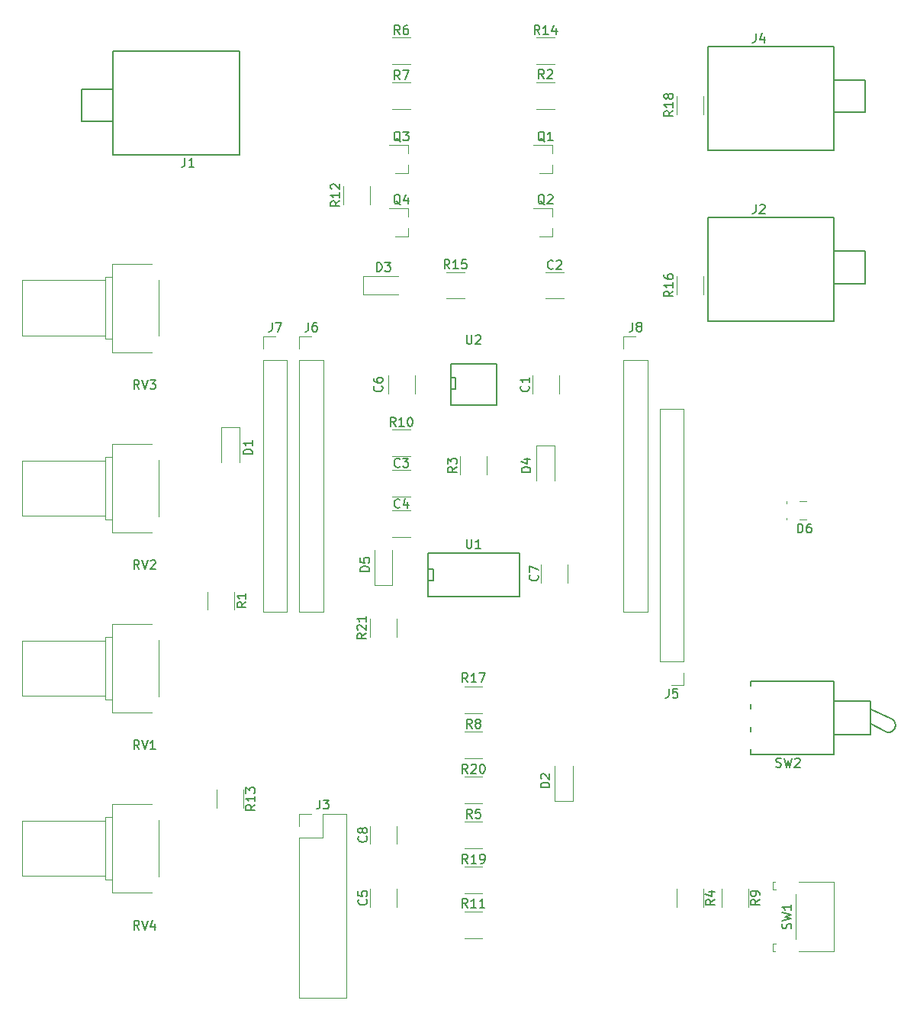
<source format=gbr>
G04 #@! TF.GenerationSoftware,KiCad,Pcbnew,9.0.0*
G04 #@! TF.CreationDate,2025-02-23T15:45:20-07:00*
G04 #@! TF.ProjectId,ADSR_Envelope,41445352-5f45-46e7-9665-6c6f70652e6b,rev?*
G04 #@! TF.SameCoordinates,Original*
G04 #@! TF.FileFunction,Legend,Top*
G04 #@! TF.FilePolarity,Positive*
%FSLAX46Y46*%
G04 Gerber Fmt 4.6, Leading zero omitted, Abs format (unit mm)*
G04 Created by KiCad (PCBNEW 9.0.0) date 2025-02-23 15:45:20*
%MOMM*%
%LPD*%
G01*
G04 APERTURE LIST*
%ADD10C,0.150000*%
%ADD11C,0.120000*%
G04 APERTURE END LIST*
D10*
X75991905Y-57464819D02*
X75991905Y-56464819D01*
X75991905Y-56464819D02*
X76230000Y-56464819D01*
X76230000Y-56464819D02*
X76372857Y-56512438D01*
X76372857Y-56512438D02*
X76468095Y-56607676D01*
X76468095Y-56607676D02*
X76515714Y-56702914D01*
X76515714Y-56702914D02*
X76563333Y-56893390D01*
X76563333Y-56893390D02*
X76563333Y-57036247D01*
X76563333Y-57036247D02*
X76515714Y-57226723D01*
X76515714Y-57226723D02*
X76468095Y-57321961D01*
X76468095Y-57321961D02*
X76372857Y-57417200D01*
X76372857Y-57417200D02*
X76230000Y-57464819D01*
X76230000Y-57464819D02*
X75991905Y-57464819D01*
X77420476Y-56464819D02*
X77230000Y-56464819D01*
X77230000Y-56464819D02*
X77134762Y-56512438D01*
X77134762Y-56512438D02*
X77087143Y-56560057D01*
X77087143Y-56560057D02*
X76991905Y-56702914D01*
X76991905Y-56702914D02*
X76944286Y-56893390D01*
X76944286Y-56893390D02*
X76944286Y-57274342D01*
X76944286Y-57274342D02*
X76991905Y-57369580D01*
X76991905Y-57369580D02*
X77039524Y-57417200D01*
X77039524Y-57417200D02*
X77134762Y-57464819D01*
X77134762Y-57464819D02*
X77325238Y-57464819D01*
X77325238Y-57464819D02*
X77420476Y-57417200D01*
X77420476Y-57417200D02*
X77468095Y-57369580D01*
X77468095Y-57369580D02*
X77515714Y-57274342D01*
X77515714Y-57274342D02*
X77515714Y-57036247D01*
X77515714Y-57036247D02*
X77468095Y-56941009D01*
X77468095Y-56941009D02*
X77420476Y-56893390D01*
X77420476Y-56893390D02*
X77325238Y-56845771D01*
X77325238Y-56845771D02*
X77134762Y-56845771D01*
X77134762Y-56845771D02*
X77039524Y-56893390D01*
X77039524Y-56893390D02*
X76991905Y-56941009D01*
X76991905Y-56941009D02*
X76944286Y-57036247D01*
X7985166Y-15868319D02*
X7985166Y-16582604D01*
X7985166Y-16582604D02*
X7937547Y-16725461D01*
X7937547Y-16725461D02*
X7842309Y-16820700D01*
X7842309Y-16820700D02*
X7699452Y-16868319D01*
X7699452Y-16868319D02*
X7604214Y-16868319D01*
X8985166Y-16868319D02*
X8413738Y-16868319D01*
X8699452Y-16868319D02*
X8699452Y-15868319D01*
X8699452Y-15868319D02*
X8604214Y-16011176D01*
X8604214Y-16011176D02*
X8508976Y-16106414D01*
X8508976Y-16106414D02*
X8413738Y-16154033D01*
X71348166Y-21041319D02*
X71348166Y-21755604D01*
X71348166Y-21755604D02*
X71300547Y-21898461D01*
X71300547Y-21898461D02*
X71205309Y-21993700D01*
X71205309Y-21993700D02*
X71062452Y-22041319D01*
X71062452Y-22041319D02*
X70967214Y-22041319D01*
X71776738Y-21136557D02*
X71824357Y-21088938D01*
X71824357Y-21088938D02*
X71919595Y-21041319D01*
X71919595Y-21041319D02*
X72157690Y-21041319D01*
X72157690Y-21041319D02*
X72252928Y-21088938D01*
X72252928Y-21088938D02*
X72300547Y-21136557D01*
X72300547Y-21136557D02*
X72348166Y-21231795D01*
X72348166Y-21231795D02*
X72348166Y-21327033D01*
X72348166Y-21327033D02*
X72300547Y-21469890D01*
X72300547Y-21469890D02*
X71729119Y-22041319D01*
X71729119Y-22041319D02*
X72348166Y-22041319D01*
X22936666Y-87124819D02*
X22936666Y-87839104D01*
X22936666Y-87839104D02*
X22889047Y-87981961D01*
X22889047Y-87981961D02*
X22793809Y-88077200D01*
X22793809Y-88077200D02*
X22650952Y-88124819D01*
X22650952Y-88124819D02*
X22555714Y-88124819D01*
X23317619Y-87124819D02*
X23936666Y-87124819D01*
X23936666Y-87124819D02*
X23603333Y-87505771D01*
X23603333Y-87505771D02*
X23746190Y-87505771D01*
X23746190Y-87505771D02*
X23841428Y-87553390D01*
X23841428Y-87553390D02*
X23889047Y-87601009D01*
X23889047Y-87601009D02*
X23936666Y-87696247D01*
X23936666Y-87696247D02*
X23936666Y-87934342D01*
X23936666Y-87934342D02*
X23889047Y-88029580D01*
X23889047Y-88029580D02*
X23841428Y-88077200D01*
X23841428Y-88077200D02*
X23746190Y-88124819D01*
X23746190Y-88124819D02*
X23460476Y-88124819D01*
X23460476Y-88124819D02*
X23365238Y-88077200D01*
X23365238Y-88077200D02*
X23317619Y-88029580D01*
X71348166Y-2041319D02*
X71348166Y-2755604D01*
X71348166Y-2755604D02*
X71300547Y-2898461D01*
X71300547Y-2898461D02*
X71205309Y-2993700D01*
X71205309Y-2993700D02*
X71062452Y-3041319D01*
X71062452Y-3041319D02*
X70967214Y-3041319D01*
X72252928Y-2374652D02*
X72252928Y-3041319D01*
X72014833Y-1993700D02*
X71776738Y-2707985D01*
X71776738Y-2707985D02*
X72395785Y-2707985D01*
X2904761Y-81504819D02*
X2571428Y-81028628D01*
X2333333Y-81504819D02*
X2333333Y-80504819D01*
X2333333Y-80504819D02*
X2714285Y-80504819D01*
X2714285Y-80504819D02*
X2809523Y-80552438D01*
X2809523Y-80552438D02*
X2857142Y-80600057D01*
X2857142Y-80600057D02*
X2904761Y-80695295D01*
X2904761Y-80695295D02*
X2904761Y-80838152D01*
X2904761Y-80838152D02*
X2857142Y-80933390D01*
X2857142Y-80933390D02*
X2809523Y-80981009D01*
X2809523Y-80981009D02*
X2714285Y-81028628D01*
X2714285Y-81028628D02*
X2333333Y-81028628D01*
X3190476Y-80504819D02*
X3523809Y-81504819D01*
X3523809Y-81504819D02*
X3857142Y-80504819D01*
X4714285Y-81504819D02*
X4142857Y-81504819D01*
X4428571Y-81504819D02*
X4428571Y-80504819D01*
X4428571Y-80504819D02*
X4333333Y-80647676D01*
X4333333Y-80647676D02*
X4238095Y-80742914D01*
X4238095Y-80742914D02*
X4142857Y-80790533D01*
X2904761Y-61504819D02*
X2571428Y-61028628D01*
X2333333Y-61504819D02*
X2333333Y-60504819D01*
X2333333Y-60504819D02*
X2714285Y-60504819D01*
X2714285Y-60504819D02*
X2809523Y-60552438D01*
X2809523Y-60552438D02*
X2857142Y-60600057D01*
X2857142Y-60600057D02*
X2904761Y-60695295D01*
X2904761Y-60695295D02*
X2904761Y-60838152D01*
X2904761Y-60838152D02*
X2857142Y-60933390D01*
X2857142Y-60933390D02*
X2809523Y-60981009D01*
X2809523Y-60981009D02*
X2714285Y-61028628D01*
X2714285Y-61028628D02*
X2333333Y-61028628D01*
X3190476Y-60504819D02*
X3523809Y-61504819D01*
X3523809Y-61504819D02*
X3857142Y-60504819D01*
X4142857Y-60600057D02*
X4190476Y-60552438D01*
X4190476Y-60552438D02*
X4285714Y-60504819D01*
X4285714Y-60504819D02*
X4523809Y-60504819D01*
X4523809Y-60504819D02*
X4619047Y-60552438D01*
X4619047Y-60552438D02*
X4666666Y-60600057D01*
X4666666Y-60600057D02*
X4714285Y-60695295D01*
X4714285Y-60695295D02*
X4714285Y-60790533D01*
X4714285Y-60790533D02*
X4666666Y-60933390D01*
X4666666Y-60933390D02*
X4095238Y-61504819D01*
X4095238Y-61504819D02*
X4714285Y-61504819D01*
X2904761Y-41504819D02*
X2571428Y-41028628D01*
X2333333Y-41504819D02*
X2333333Y-40504819D01*
X2333333Y-40504819D02*
X2714285Y-40504819D01*
X2714285Y-40504819D02*
X2809523Y-40552438D01*
X2809523Y-40552438D02*
X2857142Y-40600057D01*
X2857142Y-40600057D02*
X2904761Y-40695295D01*
X2904761Y-40695295D02*
X2904761Y-40838152D01*
X2904761Y-40838152D02*
X2857142Y-40933390D01*
X2857142Y-40933390D02*
X2809523Y-40981009D01*
X2809523Y-40981009D02*
X2714285Y-41028628D01*
X2714285Y-41028628D02*
X2333333Y-41028628D01*
X3190476Y-40504819D02*
X3523809Y-41504819D01*
X3523809Y-41504819D02*
X3857142Y-40504819D01*
X4095238Y-40504819D02*
X4714285Y-40504819D01*
X4714285Y-40504819D02*
X4380952Y-40885771D01*
X4380952Y-40885771D02*
X4523809Y-40885771D01*
X4523809Y-40885771D02*
X4619047Y-40933390D01*
X4619047Y-40933390D02*
X4666666Y-40981009D01*
X4666666Y-40981009D02*
X4714285Y-41076247D01*
X4714285Y-41076247D02*
X4714285Y-41314342D01*
X4714285Y-41314342D02*
X4666666Y-41409580D01*
X4666666Y-41409580D02*
X4619047Y-41457200D01*
X4619047Y-41457200D02*
X4523809Y-41504819D01*
X4523809Y-41504819D02*
X4238095Y-41504819D01*
X4238095Y-41504819D02*
X4142857Y-41457200D01*
X4142857Y-41457200D02*
X4095238Y-41409580D01*
X2904761Y-101504819D02*
X2571428Y-101028628D01*
X2333333Y-101504819D02*
X2333333Y-100504819D01*
X2333333Y-100504819D02*
X2714285Y-100504819D01*
X2714285Y-100504819D02*
X2809523Y-100552438D01*
X2809523Y-100552438D02*
X2857142Y-100600057D01*
X2857142Y-100600057D02*
X2904761Y-100695295D01*
X2904761Y-100695295D02*
X2904761Y-100838152D01*
X2904761Y-100838152D02*
X2857142Y-100933390D01*
X2857142Y-100933390D02*
X2809523Y-100981009D01*
X2809523Y-100981009D02*
X2714285Y-101028628D01*
X2714285Y-101028628D02*
X2333333Y-101028628D01*
X3190476Y-100504819D02*
X3523809Y-101504819D01*
X3523809Y-101504819D02*
X3857142Y-100504819D01*
X4619047Y-100838152D02*
X4619047Y-101504819D01*
X4380952Y-100457200D02*
X4142857Y-101171485D01*
X4142857Y-101171485D02*
X4761904Y-101171485D01*
X73586667Y-83423700D02*
X73729524Y-83471319D01*
X73729524Y-83471319D02*
X73967619Y-83471319D01*
X73967619Y-83471319D02*
X74062857Y-83423700D01*
X74062857Y-83423700D02*
X74110476Y-83376080D01*
X74110476Y-83376080D02*
X74158095Y-83280842D01*
X74158095Y-83280842D02*
X74158095Y-83185604D01*
X74158095Y-83185604D02*
X74110476Y-83090366D01*
X74110476Y-83090366D02*
X74062857Y-83042747D01*
X74062857Y-83042747D02*
X73967619Y-82995128D01*
X73967619Y-82995128D02*
X73777143Y-82947509D01*
X73777143Y-82947509D02*
X73681905Y-82899890D01*
X73681905Y-82899890D02*
X73634286Y-82852271D01*
X73634286Y-82852271D02*
X73586667Y-82757033D01*
X73586667Y-82757033D02*
X73586667Y-82661795D01*
X73586667Y-82661795D02*
X73634286Y-82566557D01*
X73634286Y-82566557D02*
X73681905Y-82518938D01*
X73681905Y-82518938D02*
X73777143Y-82471319D01*
X73777143Y-82471319D02*
X74015238Y-82471319D01*
X74015238Y-82471319D02*
X74158095Y-82518938D01*
X74491429Y-82471319D02*
X74729524Y-83471319D01*
X74729524Y-83471319D02*
X74920000Y-82757033D01*
X74920000Y-82757033D02*
X75110476Y-83471319D01*
X75110476Y-83471319D02*
X75348572Y-82471319D01*
X75681905Y-82566557D02*
X75729524Y-82518938D01*
X75729524Y-82518938D02*
X75824762Y-82471319D01*
X75824762Y-82471319D02*
X76062857Y-82471319D01*
X76062857Y-82471319D02*
X76158095Y-82518938D01*
X76158095Y-82518938D02*
X76205714Y-82566557D01*
X76205714Y-82566557D02*
X76253333Y-82661795D01*
X76253333Y-82661795D02*
X76253333Y-82757033D01*
X76253333Y-82757033D02*
X76205714Y-82899890D01*
X76205714Y-82899890D02*
X75634286Y-83471319D01*
X75634286Y-83471319D02*
X76253333Y-83471319D01*
X61666666Y-74784819D02*
X61666666Y-75499104D01*
X61666666Y-75499104D02*
X61619047Y-75641961D01*
X61619047Y-75641961D02*
X61523809Y-75737200D01*
X61523809Y-75737200D02*
X61380952Y-75784819D01*
X61380952Y-75784819D02*
X61285714Y-75784819D01*
X62619047Y-74784819D02*
X62142857Y-74784819D01*
X62142857Y-74784819D02*
X62095238Y-75261009D01*
X62095238Y-75261009D02*
X62142857Y-75213390D01*
X62142857Y-75213390D02*
X62238095Y-75165771D01*
X62238095Y-75165771D02*
X62476190Y-75165771D01*
X62476190Y-75165771D02*
X62571428Y-75213390D01*
X62571428Y-75213390D02*
X62619047Y-75261009D01*
X62619047Y-75261009D02*
X62666666Y-75356247D01*
X62666666Y-75356247D02*
X62666666Y-75594342D01*
X62666666Y-75594342D02*
X62619047Y-75689580D01*
X62619047Y-75689580D02*
X62571428Y-75737200D01*
X62571428Y-75737200D02*
X62476190Y-75784819D01*
X62476190Y-75784819D02*
X62238095Y-75784819D01*
X62238095Y-75784819D02*
X62142857Y-75737200D01*
X62142857Y-75737200D02*
X62095238Y-75689580D01*
X17666666Y-34124819D02*
X17666666Y-34839104D01*
X17666666Y-34839104D02*
X17619047Y-34981961D01*
X17619047Y-34981961D02*
X17523809Y-35077200D01*
X17523809Y-35077200D02*
X17380952Y-35124819D01*
X17380952Y-35124819D02*
X17285714Y-35124819D01*
X18047619Y-34124819D02*
X18714285Y-34124819D01*
X18714285Y-34124819D02*
X18285714Y-35124819D01*
X57666666Y-34124819D02*
X57666666Y-34839104D01*
X57666666Y-34839104D02*
X57619047Y-34981961D01*
X57619047Y-34981961D02*
X57523809Y-35077200D01*
X57523809Y-35077200D02*
X57380952Y-35124819D01*
X57380952Y-35124819D02*
X57285714Y-35124819D01*
X58285714Y-34553390D02*
X58190476Y-34505771D01*
X58190476Y-34505771D02*
X58142857Y-34458152D01*
X58142857Y-34458152D02*
X58095238Y-34362914D01*
X58095238Y-34362914D02*
X58095238Y-34315295D01*
X58095238Y-34315295D02*
X58142857Y-34220057D01*
X58142857Y-34220057D02*
X58190476Y-34172438D01*
X58190476Y-34172438D02*
X58285714Y-34124819D01*
X58285714Y-34124819D02*
X58476190Y-34124819D01*
X58476190Y-34124819D02*
X58571428Y-34172438D01*
X58571428Y-34172438D02*
X58619047Y-34220057D01*
X58619047Y-34220057D02*
X58666666Y-34315295D01*
X58666666Y-34315295D02*
X58666666Y-34362914D01*
X58666666Y-34362914D02*
X58619047Y-34458152D01*
X58619047Y-34458152D02*
X58571428Y-34505771D01*
X58571428Y-34505771D02*
X58476190Y-34553390D01*
X58476190Y-34553390D02*
X58285714Y-34553390D01*
X58285714Y-34553390D02*
X58190476Y-34601009D01*
X58190476Y-34601009D02*
X58142857Y-34648628D01*
X58142857Y-34648628D02*
X58095238Y-34743866D01*
X58095238Y-34743866D02*
X58095238Y-34934342D01*
X58095238Y-34934342D02*
X58142857Y-35029580D01*
X58142857Y-35029580D02*
X58190476Y-35077200D01*
X58190476Y-35077200D02*
X58285714Y-35124819D01*
X58285714Y-35124819D02*
X58476190Y-35124819D01*
X58476190Y-35124819D02*
X58571428Y-35077200D01*
X58571428Y-35077200D02*
X58619047Y-35029580D01*
X58619047Y-35029580D02*
X58666666Y-34934342D01*
X58666666Y-34934342D02*
X58666666Y-34743866D01*
X58666666Y-34743866D02*
X58619047Y-34648628D01*
X58619047Y-34648628D02*
X58571428Y-34601009D01*
X58571428Y-34601009D02*
X58476190Y-34553390D01*
X21666666Y-34124819D02*
X21666666Y-34839104D01*
X21666666Y-34839104D02*
X21619047Y-34981961D01*
X21619047Y-34981961D02*
X21523809Y-35077200D01*
X21523809Y-35077200D02*
X21380952Y-35124819D01*
X21380952Y-35124819D02*
X21285714Y-35124819D01*
X22571428Y-34124819D02*
X22380952Y-34124819D01*
X22380952Y-34124819D02*
X22285714Y-34172438D01*
X22285714Y-34172438D02*
X22238095Y-34220057D01*
X22238095Y-34220057D02*
X22142857Y-34362914D01*
X22142857Y-34362914D02*
X22095238Y-34553390D01*
X22095238Y-34553390D02*
X22095238Y-34934342D01*
X22095238Y-34934342D02*
X22142857Y-35029580D01*
X22142857Y-35029580D02*
X22190476Y-35077200D01*
X22190476Y-35077200D02*
X22285714Y-35124819D01*
X22285714Y-35124819D02*
X22476190Y-35124819D01*
X22476190Y-35124819D02*
X22571428Y-35077200D01*
X22571428Y-35077200D02*
X22619047Y-35029580D01*
X22619047Y-35029580D02*
X22666666Y-34934342D01*
X22666666Y-34934342D02*
X22666666Y-34696247D01*
X22666666Y-34696247D02*
X22619047Y-34601009D01*
X22619047Y-34601009D02*
X22571428Y-34553390D01*
X22571428Y-34553390D02*
X22476190Y-34505771D01*
X22476190Y-34505771D02*
X22285714Y-34505771D01*
X22285714Y-34505771D02*
X22190476Y-34553390D01*
X22190476Y-34553390D02*
X22142857Y-34601009D01*
X22142857Y-34601009D02*
X22095238Y-34696247D01*
X75214800Y-101398932D02*
X75262419Y-101256075D01*
X75262419Y-101256075D02*
X75262419Y-101017980D01*
X75262419Y-101017980D02*
X75214800Y-100922742D01*
X75214800Y-100922742D02*
X75167180Y-100875123D01*
X75167180Y-100875123D02*
X75071942Y-100827504D01*
X75071942Y-100827504D02*
X74976704Y-100827504D01*
X74976704Y-100827504D02*
X74881466Y-100875123D01*
X74881466Y-100875123D02*
X74833847Y-100922742D01*
X74833847Y-100922742D02*
X74786228Y-101017980D01*
X74786228Y-101017980D02*
X74738609Y-101208456D01*
X74738609Y-101208456D02*
X74690990Y-101303694D01*
X74690990Y-101303694D02*
X74643371Y-101351313D01*
X74643371Y-101351313D02*
X74548133Y-101398932D01*
X74548133Y-101398932D02*
X74452895Y-101398932D01*
X74452895Y-101398932D02*
X74357657Y-101351313D01*
X74357657Y-101351313D02*
X74310038Y-101303694D01*
X74310038Y-101303694D02*
X74262419Y-101208456D01*
X74262419Y-101208456D02*
X74262419Y-100970361D01*
X74262419Y-100970361D02*
X74310038Y-100827504D01*
X74262419Y-100494170D02*
X75262419Y-100256075D01*
X75262419Y-100256075D02*
X74548133Y-100065599D01*
X74548133Y-100065599D02*
X75262419Y-99875123D01*
X75262419Y-99875123D02*
X74262419Y-99637028D01*
X75262419Y-98732266D02*
X75262419Y-99303694D01*
X75262419Y-99017980D02*
X74262419Y-99017980D01*
X74262419Y-99017980D02*
X74405276Y-99113218D01*
X74405276Y-99113218D02*
X74500514Y-99208456D01*
X74500514Y-99208456D02*
X74548133Y-99303694D01*
X46109580Y-41166666D02*
X46157200Y-41214285D01*
X46157200Y-41214285D02*
X46204819Y-41357142D01*
X46204819Y-41357142D02*
X46204819Y-41452380D01*
X46204819Y-41452380D02*
X46157200Y-41595237D01*
X46157200Y-41595237D02*
X46061961Y-41690475D01*
X46061961Y-41690475D02*
X45966723Y-41738094D01*
X45966723Y-41738094D02*
X45776247Y-41785713D01*
X45776247Y-41785713D02*
X45633390Y-41785713D01*
X45633390Y-41785713D02*
X45442914Y-41738094D01*
X45442914Y-41738094D02*
X45347676Y-41690475D01*
X45347676Y-41690475D02*
X45252438Y-41595237D01*
X45252438Y-41595237D02*
X45204819Y-41452380D01*
X45204819Y-41452380D02*
X45204819Y-41357142D01*
X45204819Y-41357142D02*
X45252438Y-41214285D01*
X45252438Y-41214285D02*
X45300057Y-41166666D01*
X46204819Y-40214285D02*
X46204819Y-40785713D01*
X46204819Y-40499999D02*
X45204819Y-40499999D01*
X45204819Y-40499999D02*
X45347676Y-40595237D01*
X45347676Y-40595237D02*
X45442914Y-40690475D01*
X45442914Y-40690475D02*
X45490533Y-40785713D01*
X48833333Y-28109580D02*
X48785714Y-28157200D01*
X48785714Y-28157200D02*
X48642857Y-28204819D01*
X48642857Y-28204819D02*
X48547619Y-28204819D01*
X48547619Y-28204819D02*
X48404762Y-28157200D01*
X48404762Y-28157200D02*
X48309524Y-28061961D01*
X48309524Y-28061961D02*
X48261905Y-27966723D01*
X48261905Y-27966723D02*
X48214286Y-27776247D01*
X48214286Y-27776247D02*
X48214286Y-27633390D01*
X48214286Y-27633390D02*
X48261905Y-27442914D01*
X48261905Y-27442914D02*
X48309524Y-27347676D01*
X48309524Y-27347676D02*
X48404762Y-27252438D01*
X48404762Y-27252438D02*
X48547619Y-27204819D01*
X48547619Y-27204819D02*
X48642857Y-27204819D01*
X48642857Y-27204819D02*
X48785714Y-27252438D01*
X48785714Y-27252438D02*
X48833333Y-27300057D01*
X49214286Y-27300057D02*
X49261905Y-27252438D01*
X49261905Y-27252438D02*
X49357143Y-27204819D01*
X49357143Y-27204819D02*
X49595238Y-27204819D01*
X49595238Y-27204819D02*
X49690476Y-27252438D01*
X49690476Y-27252438D02*
X49738095Y-27300057D01*
X49738095Y-27300057D02*
X49785714Y-27395295D01*
X49785714Y-27395295D02*
X49785714Y-27490533D01*
X49785714Y-27490533D02*
X49738095Y-27633390D01*
X49738095Y-27633390D02*
X49166667Y-28204819D01*
X49166667Y-28204819D02*
X49785714Y-28204819D01*
X31833333Y-50109580D02*
X31785714Y-50157200D01*
X31785714Y-50157200D02*
X31642857Y-50204819D01*
X31642857Y-50204819D02*
X31547619Y-50204819D01*
X31547619Y-50204819D02*
X31404762Y-50157200D01*
X31404762Y-50157200D02*
X31309524Y-50061961D01*
X31309524Y-50061961D02*
X31261905Y-49966723D01*
X31261905Y-49966723D02*
X31214286Y-49776247D01*
X31214286Y-49776247D02*
X31214286Y-49633390D01*
X31214286Y-49633390D02*
X31261905Y-49442914D01*
X31261905Y-49442914D02*
X31309524Y-49347676D01*
X31309524Y-49347676D02*
X31404762Y-49252438D01*
X31404762Y-49252438D02*
X31547619Y-49204819D01*
X31547619Y-49204819D02*
X31642857Y-49204819D01*
X31642857Y-49204819D02*
X31785714Y-49252438D01*
X31785714Y-49252438D02*
X31833333Y-49300057D01*
X32166667Y-49204819D02*
X32785714Y-49204819D01*
X32785714Y-49204819D02*
X32452381Y-49585771D01*
X32452381Y-49585771D02*
X32595238Y-49585771D01*
X32595238Y-49585771D02*
X32690476Y-49633390D01*
X32690476Y-49633390D02*
X32738095Y-49681009D01*
X32738095Y-49681009D02*
X32785714Y-49776247D01*
X32785714Y-49776247D02*
X32785714Y-50014342D01*
X32785714Y-50014342D02*
X32738095Y-50109580D01*
X32738095Y-50109580D02*
X32690476Y-50157200D01*
X32690476Y-50157200D02*
X32595238Y-50204819D01*
X32595238Y-50204819D02*
X32309524Y-50204819D01*
X32309524Y-50204819D02*
X32214286Y-50157200D01*
X32214286Y-50157200D02*
X32166667Y-50109580D01*
X31833333Y-54609580D02*
X31785714Y-54657200D01*
X31785714Y-54657200D02*
X31642857Y-54704819D01*
X31642857Y-54704819D02*
X31547619Y-54704819D01*
X31547619Y-54704819D02*
X31404762Y-54657200D01*
X31404762Y-54657200D02*
X31309524Y-54561961D01*
X31309524Y-54561961D02*
X31261905Y-54466723D01*
X31261905Y-54466723D02*
X31214286Y-54276247D01*
X31214286Y-54276247D02*
X31214286Y-54133390D01*
X31214286Y-54133390D02*
X31261905Y-53942914D01*
X31261905Y-53942914D02*
X31309524Y-53847676D01*
X31309524Y-53847676D02*
X31404762Y-53752438D01*
X31404762Y-53752438D02*
X31547619Y-53704819D01*
X31547619Y-53704819D02*
X31642857Y-53704819D01*
X31642857Y-53704819D02*
X31785714Y-53752438D01*
X31785714Y-53752438D02*
X31833333Y-53800057D01*
X32690476Y-54038152D02*
X32690476Y-54704819D01*
X32452381Y-53657200D02*
X32214286Y-54371485D01*
X32214286Y-54371485D02*
X32833333Y-54371485D01*
X28109580Y-98166666D02*
X28157200Y-98214285D01*
X28157200Y-98214285D02*
X28204819Y-98357142D01*
X28204819Y-98357142D02*
X28204819Y-98452380D01*
X28204819Y-98452380D02*
X28157200Y-98595237D01*
X28157200Y-98595237D02*
X28061961Y-98690475D01*
X28061961Y-98690475D02*
X27966723Y-98738094D01*
X27966723Y-98738094D02*
X27776247Y-98785713D01*
X27776247Y-98785713D02*
X27633390Y-98785713D01*
X27633390Y-98785713D02*
X27442914Y-98738094D01*
X27442914Y-98738094D02*
X27347676Y-98690475D01*
X27347676Y-98690475D02*
X27252438Y-98595237D01*
X27252438Y-98595237D02*
X27204819Y-98452380D01*
X27204819Y-98452380D02*
X27204819Y-98357142D01*
X27204819Y-98357142D02*
X27252438Y-98214285D01*
X27252438Y-98214285D02*
X27300057Y-98166666D01*
X27204819Y-97261904D02*
X27204819Y-97738094D01*
X27204819Y-97738094D02*
X27681009Y-97785713D01*
X27681009Y-97785713D02*
X27633390Y-97738094D01*
X27633390Y-97738094D02*
X27585771Y-97642856D01*
X27585771Y-97642856D02*
X27585771Y-97404761D01*
X27585771Y-97404761D02*
X27633390Y-97309523D01*
X27633390Y-97309523D02*
X27681009Y-97261904D01*
X27681009Y-97261904D02*
X27776247Y-97214285D01*
X27776247Y-97214285D02*
X28014342Y-97214285D01*
X28014342Y-97214285D02*
X28109580Y-97261904D01*
X28109580Y-97261904D02*
X28157200Y-97309523D01*
X28157200Y-97309523D02*
X28204819Y-97404761D01*
X28204819Y-97404761D02*
X28204819Y-97642856D01*
X28204819Y-97642856D02*
X28157200Y-97738094D01*
X28157200Y-97738094D02*
X28109580Y-97785713D01*
X29823580Y-41187666D02*
X29871200Y-41235285D01*
X29871200Y-41235285D02*
X29918819Y-41378142D01*
X29918819Y-41378142D02*
X29918819Y-41473380D01*
X29918819Y-41473380D02*
X29871200Y-41616237D01*
X29871200Y-41616237D02*
X29775961Y-41711475D01*
X29775961Y-41711475D02*
X29680723Y-41759094D01*
X29680723Y-41759094D02*
X29490247Y-41806713D01*
X29490247Y-41806713D02*
X29347390Y-41806713D01*
X29347390Y-41806713D02*
X29156914Y-41759094D01*
X29156914Y-41759094D02*
X29061676Y-41711475D01*
X29061676Y-41711475D02*
X28966438Y-41616237D01*
X28966438Y-41616237D02*
X28918819Y-41473380D01*
X28918819Y-41473380D02*
X28918819Y-41378142D01*
X28918819Y-41378142D02*
X28966438Y-41235285D01*
X28966438Y-41235285D02*
X29014057Y-41187666D01*
X28918819Y-40330523D02*
X28918819Y-40520999D01*
X28918819Y-40520999D02*
X28966438Y-40616237D01*
X28966438Y-40616237D02*
X29014057Y-40663856D01*
X29014057Y-40663856D02*
X29156914Y-40759094D01*
X29156914Y-40759094D02*
X29347390Y-40806713D01*
X29347390Y-40806713D02*
X29728342Y-40806713D01*
X29728342Y-40806713D02*
X29823580Y-40759094D01*
X29823580Y-40759094D02*
X29871200Y-40711475D01*
X29871200Y-40711475D02*
X29918819Y-40616237D01*
X29918819Y-40616237D02*
X29918819Y-40425761D01*
X29918819Y-40425761D02*
X29871200Y-40330523D01*
X29871200Y-40330523D02*
X29823580Y-40282904D01*
X29823580Y-40282904D02*
X29728342Y-40235285D01*
X29728342Y-40235285D02*
X29490247Y-40235285D01*
X29490247Y-40235285D02*
X29395009Y-40282904D01*
X29395009Y-40282904D02*
X29347390Y-40330523D01*
X29347390Y-40330523D02*
X29299771Y-40425761D01*
X29299771Y-40425761D02*
X29299771Y-40616237D01*
X29299771Y-40616237D02*
X29347390Y-40711475D01*
X29347390Y-40711475D02*
X29395009Y-40759094D01*
X29395009Y-40759094D02*
X29490247Y-40806713D01*
X47109580Y-62166666D02*
X47157200Y-62214285D01*
X47157200Y-62214285D02*
X47204819Y-62357142D01*
X47204819Y-62357142D02*
X47204819Y-62452380D01*
X47204819Y-62452380D02*
X47157200Y-62595237D01*
X47157200Y-62595237D02*
X47061961Y-62690475D01*
X47061961Y-62690475D02*
X46966723Y-62738094D01*
X46966723Y-62738094D02*
X46776247Y-62785713D01*
X46776247Y-62785713D02*
X46633390Y-62785713D01*
X46633390Y-62785713D02*
X46442914Y-62738094D01*
X46442914Y-62738094D02*
X46347676Y-62690475D01*
X46347676Y-62690475D02*
X46252438Y-62595237D01*
X46252438Y-62595237D02*
X46204819Y-62452380D01*
X46204819Y-62452380D02*
X46204819Y-62357142D01*
X46204819Y-62357142D02*
X46252438Y-62214285D01*
X46252438Y-62214285D02*
X46300057Y-62166666D01*
X46204819Y-61833332D02*
X46204819Y-61166666D01*
X46204819Y-61166666D02*
X47204819Y-61595237D01*
X28109580Y-91166666D02*
X28157200Y-91214285D01*
X28157200Y-91214285D02*
X28204819Y-91357142D01*
X28204819Y-91357142D02*
X28204819Y-91452380D01*
X28204819Y-91452380D02*
X28157200Y-91595237D01*
X28157200Y-91595237D02*
X28061961Y-91690475D01*
X28061961Y-91690475D02*
X27966723Y-91738094D01*
X27966723Y-91738094D02*
X27776247Y-91785713D01*
X27776247Y-91785713D02*
X27633390Y-91785713D01*
X27633390Y-91785713D02*
X27442914Y-91738094D01*
X27442914Y-91738094D02*
X27347676Y-91690475D01*
X27347676Y-91690475D02*
X27252438Y-91595237D01*
X27252438Y-91595237D02*
X27204819Y-91452380D01*
X27204819Y-91452380D02*
X27204819Y-91357142D01*
X27204819Y-91357142D02*
X27252438Y-91214285D01*
X27252438Y-91214285D02*
X27300057Y-91166666D01*
X27633390Y-90595237D02*
X27585771Y-90690475D01*
X27585771Y-90690475D02*
X27538152Y-90738094D01*
X27538152Y-90738094D02*
X27442914Y-90785713D01*
X27442914Y-90785713D02*
X27395295Y-90785713D01*
X27395295Y-90785713D02*
X27300057Y-90738094D01*
X27300057Y-90738094D02*
X27252438Y-90690475D01*
X27252438Y-90690475D02*
X27204819Y-90595237D01*
X27204819Y-90595237D02*
X27204819Y-90404761D01*
X27204819Y-90404761D02*
X27252438Y-90309523D01*
X27252438Y-90309523D02*
X27300057Y-90261904D01*
X27300057Y-90261904D02*
X27395295Y-90214285D01*
X27395295Y-90214285D02*
X27442914Y-90214285D01*
X27442914Y-90214285D02*
X27538152Y-90261904D01*
X27538152Y-90261904D02*
X27585771Y-90309523D01*
X27585771Y-90309523D02*
X27633390Y-90404761D01*
X27633390Y-90404761D02*
X27633390Y-90595237D01*
X27633390Y-90595237D02*
X27681009Y-90690475D01*
X27681009Y-90690475D02*
X27728628Y-90738094D01*
X27728628Y-90738094D02*
X27823866Y-90785713D01*
X27823866Y-90785713D02*
X28014342Y-90785713D01*
X28014342Y-90785713D02*
X28109580Y-90738094D01*
X28109580Y-90738094D02*
X28157200Y-90690475D01*
X28157200Y-90690475D02*
X28204819Y-90595237D01*
X28204819Y-90595237D02*
X28204819Y-90404761D01*
X28204819Y-90404761D02*
X28157200Y-90309523D01*
X28157200Y-90309523D02*
X28109580Y-90261904D01*
X28109580Y-90261904D02*
X28014342Y-90214285D01*
X28014342Y-90214285D02*
X27823866Y-90214285D01*
X27823866Y-90214285D02*
X27728628Y-90261904D01*
X27728628Y-90261904D02*
X27681009Y-90309523D01*
X27681009Y-90309523D02*
X27633390Y-90404761D01*
X15454819Y-48738094D02*
X14454819Y-48738094D01*
X14454819Y-48738094D02*
X14454819Y-48499999D01*
X14454819Y-48499999D02*
X14502438Y-48357142D01*
X14502438Y-48357142D02*
X14597676Y-48261904D01*
X14597676Y-48261904D02*
X14692914Y-48214285D01*
X14692914Y-48214285D02*
X14883390Y-48166666D01*
X14883390Y-48166666D02*
X15026247Y-48166666D01*
X15026247Y-48166666D02*
X15216723Y-48214285D01*
X15216723Y-48214285D02*
X15311961Y-48261904D01*
X15311961Y-48261904D02*
X15407200Y-48357142D01*
X15407200Y-48357142D02*
X15454819Y-48499999D01*
X15454819Y-48499999D02*
X15454819Y-48738094D01*
X15454819Y-47214285D02*
X15454819Y-47785713D01*
X15454819Y-47499999D02*
X14454819Y-47499999D01*
X14454819Y-47499999D02*
X14597676Y-47595237D01*
X14597676Y-47595237D02*
X14692914Y-47690475D01*
X14692914Y-47690475D02*
X14740533Y-47785713D01*
X48454819Y-85738094D02*
X47454819Y-85738094D01*
X47454819Y-85738094D02*
X47454819Y-85499999D01*
X47454819Y-85499999D02*
X47502438Y-85357142D01*
X47502438Y-85357142D02*
X47597676Y-85261904D01*
X47597676Y-85261904D02*
X47692914Y-85214285D01*
X47692914Y-85214285D02*
X47883390Y-85166666D01*
X47883390Y-85166666D02*
X48026247Y-85166666D01*
X48026247Y-85166666D02*
X48216723Y-85214285D01*
X48216723Y-85214285D02*
X48311961Y-85261904D01*
X48311961Y-85261904D02*
X48407200Y-85357142D01*
X48407200Y-85357142D02*
X48454819Y-85499999D01*
X48454819Y-85499999D02*
X48454819Y-85738094D01*
X47550057Y-84785713D02*
X47502438Y-84738094D01*
X47502438Y-84738094D02*
X47454819Y-84642856D01*
X47454819Y-84642856D02*
X47454819Y-84404761D01*
X47454819Y-84404761D02*
X47502438Y-84309523D01*
X47502438Y-84309523D02*
X47550057Y-84261904D01*
X47550057Y-84261904D02*
X47645295Y-84214285D01*
X47645295Y-84214285D02*
X47740533Y-84214285D01*
X47740533Y-84214285D02*
X47883390Y-84261904D01*
X47883390Y-84261904D02*
X48454819Y-84833332D01*
X48454819Y-84833332D02*
X48454819Y-84214285D01*
X29261905Y-28454819D02*
X29261905Y-27454819D01*
X29261905Y-27454819D02*
X29500000Y-27454819D01*
X29500000Y-27454819D02*
X29642857Y-27502438D01*
X29642857Y-27502438D02*
X29738095Y-27597676D01*
X29738095Y-27597676D02*
X29785714Y-27692914D01*
X29785714Y-27692914D02*
X29833333Y-27883390D01*
X29833333Y-27883390D02*
X29833333Y-28026247D01*
X29833333Y-28026247D02*
X29785714Y-28216723D01*
X29785714Y-28216723D02*
X29738095Y-28311961D01*
X29738095Y-28311961D02*
X29642857Y-28407200D01*
X29642857Y-28407200D02*
X29500000Y-28454819D01*
X29500000Y-28454819D02*
X29261905Y-28454819D01*
X30166667Y-27454819D02*
X30785714Y-27454819D01*
X30785714Y-27454819D02*
X30452381Y-27835771D01*
X30452381Y-27835771D02*
X30595238Y-27835771D01*
X30595238Y-27835771D02*
X30690476Y-27883390D01*
X30690476Y-27883390D02*
X30738095Y-27931009D01*
X30738095Y-27931009D02*
X30785714Y-28026247D01*
X30785714Y-28026247D02*
X30785714Y-28264342D01*
X30785714Y-28264342D02*
X30738095Y-28359580D01*
X30738095Y-28359580D02*
X30690476Y-28407200D01*
X30690476Y-28407200D02*
X30595238Y-28454819D01*
X30595238Y-28454819D02*
X30309524Y-28454819D01*
X30309524Y-28454819D02*
X30214286Y-28407200D01*
X30214286Y-28407200D02*
X30166667Y-28359580D01*
X46327219Y-50738094D02*
X45327219Y-50738094D01*
X45327219Y-50738094D02*
X45327219Y-50499999D01*
X45327219Y-50499999D02*
X45374838Y-50357142D01*
X45374838Y-50357142D02*
X45470076Y-50261904D01*
X45470076Y-50261904D02*
X45565314Y-50214285D01*
X45565314Y-50214285D02*
X45755790Y-50166666D01*
X45755790Y-50166666D02*
X45898647Y-50166666D01*
X45898647Y-50166666D02*
X46089123Y-50214285D01*
X46089123Y-50214285D02*
X46184361Y-50261904D01*
X46184361Y-50261904D02*
X46279600Y-50357142D01*
X46279600Y-50357142D02*
X46327219Y-50499999D01*
X46327219Y-50499999D02*
X46327219Y-50738094D01*
X45660552Y-49309523D02*
X46327219Y-49309523D01*
X45279600Y-49547618D02*
X45993885Y-49785713D01*
X45993885Y-49785713D02*
X45993885Y-49166666D01*
X28445619Y-61738094D02*
X27445619Y-61738094D01*
X27445619Y-61738094D02*
X27445619Y-61499999D01*
X27445619Y-61499999D02*
X27493238Y-61357142D01*
X27493238Y-61357142D02*
X27588476Y-61261904D01*
X27588476Y-61261904D02*
X27683714Y-61214285D01*
X27683714Y-61214285D02*
X27874190Y-61166666D01*
X27874190Y-61166666D02*
X28017047Y-61166666D01*
X28017047Y-61166666D02*
X28207523Y-61214285D01*
X28207523Y-61214285D02*
X28302761Y-61261904D01*
X28302761Y-61261904D02*
X28398000Y-61357142D01*
X28398000Y-61357142D02*
X28445619Y-61499999D01*
X28445619Y-61499999D02*
X28445619Y-61738094D01*
X27445619Y-60261904D02*
X27445619Y-60738094D01*
X27445619Y-60738094D02*
X27921809Y-60785713D01*
X27921809Y-60785713D02*
X27874190Y-60738094D01*
X27874190Y-60738094D02*
X27826571Y-60642856D01*
X27826571Y-60642856D02*
X27826571Y-60404761D01*
X27826571Y-60404761D02*
X27874190Y-60309523D01*
X27874190Y-60309523D02*
X27921809Y-60261904D01*
X27921809Y-60261904D02*
X28017047Y-60214285D01*
X28017047Y-60214285D02*
X28255142Y-60214285D01*
X28255142Y-60214285D02*
X28350380Y-60261904D01*
X28350380Y-60261904D02*
X28398000Y-60309523D01*
X28398000Y-60309523D02*
X28445619Y-60404761D01*
X28445619Y-60404761D02*
X28445619Y-60642856D01*
X28445619Y-60642856D02*
X28398000Y-60738094D01*
X28398000Y-60738094D02*
X28350380Y-60785713D01*
X47904761Y-14050057D02*
X47809523Y-14002438D01*
X47809523Y-14002438D02*
X47714285Y-13907200D01*
X47714285Y-13907200D02*
X47571428Y-13764342D01*
X47571428Y-13764342D02*
X47476190Y-13716723D01*
X47476190Y-13716723D02*
X47380952Y-13716723D01*
X47428571Y-13954819D02*
X47333333Y-13907200D01*
X47333333Y-13907200D02*
X47238095Y-13811961D01*
X47238095Y-13811961D02*
X47190476Y-13621485D01*
X47190476Y-13621485D02*
X47190476Y-13288152D01*
X47190476Y-13288152D02*
X47238095Y-13097676D01*
X47238095Y-13097676D02*
X47333333Y-13002438D01*
X47333333Y-13002438D02*
X47428571Y-12954819D01*
X47428571Y-12954819D02*
X47619047Y-12954819D01*
X47619047Y-12954819D02*
X47714285Y-13002438D01*
X47714285Y-13002438D02*
X47809523Y-13097676D01*
X47809523Y-13097676D02*
X47857142Y-13288152D01*
X47857142Y-13288152D02*
X47857142Y-13621485D01*
X47857142Y-13621485D02*
X47809523Y-13811961D01*
X47809523Y-13811961D02*
X47714285Y-13907200D01*
X47714285Y-13907200D02*
X47619047Y-13954819D01*
X47619047Y-13954819D02*
X47428571Y-13954819D01*
X48809523Y-13954819D02*
X48238095Y-13954819D01*
X48523809Y-13954819D02*
X48523809Y-12954819D01*
X48523809Y-12954819D02*
X48428571Y-13097676D01*
X48428571Y-13097676D02*
X48333333Y-13192914D01*
X48333333Y-13192914D02*
X48238095Y-13240533D01*
X47904761Y-21050057D02*
X47809523Y-21002438D01*
X47809523Y-21002438D02*
X47714285Y-20907200D01*
X47714285Y-20907200D02*
X47571428Y-20764342D01*
X47571428Y-20764342D02*
X47476190Y-20716723D01*
X47476190Y-20716723D02*
X47380952Y-20716723D01*
X47428571Y-20954819D02*
X47333333Y-20907200D01*
X47333333Y-20907200D02*
X47238095Y-20811961D01*
X47238095Y-20811961D02*
X47190476Y-20621485D01*
X47190476Y-20621485D02*
X47190476Y-20288152D01*
X47190476Y-20288152D02*
X47238095Y-20097676D01*
X47238095Y-20097676D02*
X47333333Y-20002438D01*
X47333333Y-20002438D02*
X47428571Y-19954819D01*
X47428571Y-19954819D02*
X47619047Y-19954819D01*
X47619047Y-19954819D02*
X47714285Y-20002438D01*
X47714285Y-20002438D02*
X47809523Y-20097676D01*
X47809523Y-20097676D02*
X47857142Y-20288152D01*
X47857142Y-20288152D02*
X47857142Y-20621485D01*
X47857142Y-20621485D02*
X47809523Y-20811961D01*
X47809523Y-20811961D02*
X47714285Y-20907200D01*
X47714285Y-20907200D02*
X47619047Y-20954819D01*
X47619047Y-20954819D02*
X47428571Y-20954819D01*
X48238095Y-20050057D02*
X48285714Y-20002438D01*
X48285714Y-20002438D02*
X48380952Y-19954819D01*
X48380952Y-19954819D02*
X48619047Y-19954819D01*
X48619047Y-19954819D02*
X48714285Y-20002438D01*
X48714285Y-20002438D02*
X48761904Y-20050057D01*
X48761904Y-20050057D02*
X48809523Y-20145295D01*
X48809523Y-20145295D02*
X48809523Y-20240533D01*
X48809523Y-20240533D02*
X48761904Y-20383390D01*
X48761904Y-20383390D02*
X48190476Y-20954819D01*
X48190476Y-20954819D02*
X48809523Y-20954819D01*
X31904761Y-14050057D02*
X31809523Y-14002438D01*
X31809523Y-14002438D02*
X31714285Y-13907200D01*
X31714285Y-13907200D02*
X31571428Y-13764342D01*
X31571428Y-13764342D02*
X31476190Y-13716723D01*
X31476190Y-13716723D02*
X31380952Y-13716723D01*
X31428571Y-13954819D02*
X31333333Y-13907200D01*
X31333333Y-13907200D02*
X31238095Y-13811961D01*
X31238095Y-13811961D02*
X31190476Y-13621485D01*
X31190476Y-13621485D02*
X31190476Y-13288152D01*
X31190476Y-13288152D02*
X31238095Y-13097676D01*
X31238095Y-13097676D02*
X31333333Y-13002438D01*
X31333333Y-13002438D02*
X31428571Y-12954819D01*
X31428571Y-12954819D02*
X31619047Y-12954819D01*
X31619047Y-12954819D02*
X31714285Y-13002438D01*
X31714285Y-13002438D02*
X31809523Y-13097676D01*
X31809523Y-13097676D02*
X31857142Y-13288152D01*
X31857142Y-13288152D02*
X31857142Y-13621485D01*
X31857142Y-13621485D02*
X31809523Y-13811961D01*
X31809523Y-13811961D02*
X31714285Y-13907200D01*
X31714285Y-13907200D02*
X31619047Y-13954819D01*
X31619047Y-13954819D02*
X31428571Y-13954819D01*
X32190476Y-12954819D02*
X32809523Y-12954819D01*
X32809523Y-12954819D02*
X32476190Y-13335771D01*
X32476190Y-13335771D02*
X32619047Y-13335771D01*
X32619047Y-13335771D02*
X32714285Y-13383390D01*
X32714285Y-13383390D02*
X32761904Y-13431009D01*
X32761904Y-13431009D02*
X32809523Y-13526247D01*
X32809523Y-13526247D02*
X32809523Y-13764342D01*
X32809523Y-13764342D02*
X32761904Y-13859580D01*
X32761904Y-13859580D02*
X32714285Y-13907200D01*
X32714285Y-13907200D02*
X32619047Y-13954819D01*
X32619047Y-13954819D02*
X32333333Y-13954819D01*
X32333333Y-13954819D02*
X32238095Y-13907200D01*
X32238095Y-13907200D02*
X32190476Y-13859580D01*
X31904761Y-21050057D02*
X31809523Y-21002438D01*
X31809523Y-21002438D02*
X31714285Y-20907200D01*
X31714285Y-20907200D02*
X31571428Y-20764342D01*
X31571428Y-20764342D02*
X31476190Y-20716723D01*
X31476190Y-20716723D02*
X31380952Y-20716723D01*
X31428571Y-20954819D02*
X31333333Y-20907200D01*
X31333333Y-20907200D02*
X31238095Y-20811961D01*
X31238095Y-20811961D02*
X31190476Y-20621485D01*
X31190476Y-20621485D02*
X31190476Y-20288152D01*
X31190476Y-20288152D02*
X31238095Y-20097676D01*
X31238095Y-20097676D02*
X31333333Y-20002438D01*
X31333333Y-20002438D02*
X31428571Y-19954819D01*
X31428571Y-19954819D02*
X31619047Y-19954819D01*
X31619047Y-19954819D02*
X31714285Y-20002438D01*
X31714285Y-20002438D02*
X31809523Y-20097676D01*
X31809523Y-20097676D02*
X31857142Y-20288152D01*
X31857142Y-20288152D02*
X31857142Y-20621485D01*
X31857142Y-20621485D02*
X31809523Y-20811961D01*
X31809523Y-20811961D02*
X31714285Y-20907200D01*
X31714285Y-20907200D02*
X31619047Y-20954819D01*
X31619047Y-20954819D02*
X31428571Y-20954819D01*
X32714285Y-20288152D02*
X32714285Y-20954819D01*
X32476190Y-19907200D02*
X32238095Y-20621485D01*
X32238095Y-20621485D02*
X32857142Y-20621485D01*
X47833333Y-7042319D02*
X47500000Y-6566128D01*
X47261905Y-7042319D02*
X47261905Y-6042319D01*
X47261905Y-6042319D02*
X47642857Y-6042319D01*
X47642857Y-6042319D02*
X47738095Y-6089938D01*
X47738095Y-6089938D02*
X47785714Y-6137557D01*
X47785714Y-6137557D02*
X47833333Y-6232795D01*
X47833333Y-6232795D02*
X47833333Y-6375652D01*
X47833333Y-6375652D02*
X47785714Y-6470890D01*
X47785714Y-6470890D02*
X47738095Y-6518509D01*
X47738095Y-6518509D02*
X47642857Y-6566128D01*
X47642857Y-6566128D02*
X47261905Y-6566128D01*
X48214286Y-6137557D02*
X48261905Y-6089938D01*
X48261905Y-6089938D02*
X48357143Y-6042319D01*
X48357143Y-6042319D02*
X48595238Y-6042319D01*
X48595238Y-6042319D02*
X48690476Y-6089938D01*
X48690476Y-6089938D02*
X48738095Y-6137557D01*
X48738095Y-6137557D02*
X48785714Y-6232795D01*
X48785714Y-6232795D02*
X48785714Y-6328033D01*
X48785714Y-6328033D02*
X48738095Y-6470890D01*
X48738095Y-6470890D02*
X48166667Y-7042319D01*
X48166667Y-7042319D02*
X48785714Y-7042319D01*
X38154819Y-50166666D02*
X37678628Y-50499999D01*
X38154819Y-50738094D02*
X37154819Y-50738094D01*
X37154819Y-50738094D02*
X37154819Y-50357142D01*
X37154819Y-50357142D02*
X37202438Y-50261904D01*
X37202438Y-50261904D02*
X37250057Y-50214285D01*
X37250057Y-50214285D02*
X37345295Y-50166666D01*
X37345295Y-50166666D02*
X37488152Y-50166666D01*
X37488152Y-50166666D02*
X37583390Y-50214285D01*
X37583390Y-50214285D02*
X37631009Y-50261904D01*
X37631009Y-50261904D02*
X37678628Y-50357142D01*
X37678628Y-50357142D02*
X37678628Y-50738094D01*
X37154819Y-49833332D02*
X37154819Y-49214285D01*
X37154819Y-49214285D02*
X37535771Y-49547618D01*
X37535771Y-49547618D02*
X37535771Y-49404761D01*
X37535771Y-49404761D02*
X37583390Y-49309523D01*
X37583390Y-49309523D02*
X37631009Y-49261904D01*
X37631009Y-49261904D02*
X37726247Y-49214285D01*
X37726247Y-49214285D02*
X37964342Y-49214285D01*
X37964342Y-49214285D02*
X38059580Y-49261904D01*
X38059580Y-49261904D02*
X38107200Y-49309523D01*
X38107200Y-49309523D02*
X38154819Y-49404761D01*
X38154819Y-49404761D02*
X38154819Y-49690475D01*
X38154819Y-49690475D02*
X38107200Y-49785713D01*
X38107200Y-49785713D02*
X38059580Y-49833332D01*
X66754819Y-98166666D02*
X66278628Y-98499999D01*
X66754819Y-98738094D02*
X65754819Y-98738094D01*
X65754819Y-98738094D02*
X65754819Y-98357142D01*
X65754819Y-98357142D02*
X65802438Y-98261904D01*
X65802438Y-98261904D02*
X65850057Y-98214285D01*
X65850057Y-98214285D02*
X65945295Y-98166666D01*
X65945295Y-98166666D02*
X66088152Y-98166666D01*
X66088152Y-98166666D02*
X66183390Y-98214285D01*
X66183390Y-98214285D02*
X66231009Y-98261904D01*
X66231009Y-98261904D02*
X66278628Y-98357142D01*
X66278628Y-98357142D02*
X66278628Y-98738094D01*
X66088152Y-97309523D02*
X66754819Y-97309523D01*
X65707200Y-97547618D02*
X66421485Y-97785713D01*
X66421485Y-97785713D02*
X66421485Y-97166666D01*
X39833333Y-89154819D02*
X39500000Y-88678628D01*
X39261905Y-89154819D02*
X39261905Y-88154819D01*
X39261905Y-88154819D02*
X39642857Y-88154819D01*
X39642857Y-88154819D02*
X39738095Y-88202438D01*
X39738095Y-88202438D02*
X39785714Y-88250057D01*
X39785714Y-88250057D02*
X39833333Y-88345295D01*
X39833333Y-88345295D02*
X39833333Y-88488152D01*
X39833333Y-88488152D02*
X39785714Y-88583390D01*
X39785714Y-88583390D02*
X39738095Y-88631009D01*
X39738095Y-88631009D02*
X39642857Y-88678628D01*
X39642857Y-88678628D02*
X39261905Y-88678628D01*
X40738095Y-88154819D02*
X40261905Y-88154819D01*
X40261905Y-88154819D02*
X40214286Y-88631009D01*
X40214286Y-88631009D02*
X40261905Y-88583390D01*
X40261905Y-88583390D02*
X40357143Y-88535771D01*
X40357143Y-88535771D02*
X40595238Y-88535771D01*
X40595238Y-88535771D02*
X40690476Y-88583390D01*
X40690476Y-88583390D02*
X40738095Y-88631009D01*
X40738095Y-88631009D02*
X40785714Y-88726247D01*
X40785714Y-88726247D02*
X40785714Y-88964342D01*
X40785714Y-88964342D02*
X40738095Y-89059580D01*
X40738095Y-89059580D02*
X40690476Y-89107200D01*
X40690476Y-89107200D02*
X40595238Y-89154819D01*
X40595238Y-89154819D02*
X40357143Y-89154819D01*
X40357143Y-89154819D02*
X40261905Y-89107200D01*
X40261905Y-89107200D02*
X40214286Y-89059580D01*
X31833333Y-2154819D02*
X31500000Y-1678628D01*
X31261905Y-2154819D02*
X31261905Y-1154819D01*
X31261905Y-1154819D02*
X31642857Y-1154819D01*
X31642857Y-1154819D02*
X31738095Y-1202438D01*
X31738095Y-1202438D02*
X31785714Y-1250057D01*
X31785714Y-1250057D02*
X31833333Y-1345295D01*
X31833333Y-1345295D02*
X31833333Y-1488152D01*
X31833333Y-1488152D02*
X31785714Y-1583390D01*
X31785714Y-1583390D02*
X31738095Y-1631009D01*
X31738095Y-1631009D02*
X31642857Y-1678628D01*
X31642857Y-1678628D02*
X31261905Y-1678628D01*
X32690476Y-1154819D02*
X32500000Y-1154819D01*
X32500000Y-1154819D02*
X32404762Y-1202438D01*
X32404762Y-1202438D02*
X32357143Y-1250057D01*
X32357143Y-1250057D02*
X32261905Y-1392914D01*
X32261905Y-1392914D02*
X32214286Y-1583390D01*
X32214286Y-1583390D02*
X32214286Y-1964342D01*
X32214286Y-1964342D02*
X32261905Y-2059580D01*
X32261905Y-2059580D02*
X32309524Y-2107200D01*
X32309524Y-2107200D02*
X32404762Y-2154819D01*
X32404762Y-2154819D02*
X32595238Y-2154819D01*
X32595238Y-2154819D02*
X32690476Y-2107200D01*
X32690476Y-2107200D02*
X32738095Y-2059580D01*
X32738095Y-2059580D02*
X32785714Y-1964342D01*
X32785714Y-1964342D02*
X32785714Y-1726247D01*
X32785714Y-1726247D02*
X32738095Y-1631009D01*
X32738095Y-1631009D02*
X32690476Y-1583390D01*
X32690476Y-1583390D02*
X32595238Y-1535771D01*
X32595238Y-1535771D02*
X32404762Y-1535771D01*
X32404762Y-1535771D02*
X32309524Y-1583390D01*
X32309524Y-1583390D02*
X32261905Y-1631009D01*
X32261905Y-1631009D02*
X32214286Y-1726247D01*
X31833333Y-7154819D02*
X31500000Y-6678628D01*
X31261905Y-7154819D02*
X31261905Y-6154819D01*
X31261905Y-6154819D02*
X31642857Y-6154819D01*
X31642857Y-6154819D02*
X31738095Y-6202438D01*
X31738095Y-6202438D02*
X31785714Y-6250057D01*
X31785714Y-6250057D02*
X31833333Y-6345295D01*
X31833333Y-6345295D02*
X31833333Y-6488152D01*
X31833333Y-6488152D02*
X31785714Y-6583390D01*
X31785714Y-6583390D02*
X31738095Y-6631009D01*
X31738095Y-6631009D02*
X31642857Y-6678628D01*
X31642857Y-6678628D02*
X31261905Y-6678628D01*
X32166667Y-6154819D02*
X32833333Y-6154819D01*
X32833333Y-6154819D02*
X32404762Y-7154819D01*
X39833333Y-79154819D02*
X39500000Y-78678628D01*
X39261905Y-79154819D02*
X39261905Y-78154819D01*
X39261905Y-78154819D02*
X39642857Y-78154819D01*
X39642857Y-78154819D02*
X39738095Y-78202438D01*
X39738095Y-78202438D02*
X39785714Y-78250057D01*
X39785714Y-78250057D02*
X39833333Y-78345295D01*
X39833333Y-78345295D02*
X39833333Y-78488152D01*
X39833333Y-78488152D02*
X39785714Y-78583390D01*
X39785714Y-78583390D02*
X39738095Y-78631009D01*
X39738095Y-78631009D02*
X39642857Y-78678628D01*
X39642857Y-78678628D02*
X39261905Y-78678628D01*
X40404762Y-78583390D02*
X40309524Y-78535771D01*
X40309524Y-78535771D02*
X40261905Y-78488152D01*
X40261905Y-78488152D02*
X40214286Y-78392914D01*
X40214286Y-78392914D02*
X40214286Y-78345295D01*
X40214286Y-78345295D02*
X40261905Y-78250057D01*
X40261905Y-78250057D02*
X40309524Y-78202438D01*
X40309524Y-78202438D02*
X40404762Y-78154819D01*
X40404762Y-78154819D02*
X40595238Y-78154819D01*
X40595238Y-78154819D02*
X40690476Y-78202438D01*
X40690476Y-78202438D02*
X40738095Y-78250057D01*
X40738095Y-78250057D02*
X40785714Y-78345295D01*
X40785714Y-78345295D02*
X40785714Y-78392914D01*
X40785714Y-78392914D02*
X40738095Y-78488152D01*
X40738095Y-78488152D02*
X40690476Y-78535771D01*
X40690476Y-78535771D02*
X40595238Y-78583390D01*
X40595238Y-78583390D02*
X40404762Y-78583390D01*
X40404762Y-78583390D02*
X40309524Y-78631009D01*
X40309524Y-78631009D02*
X40261905Y-78678628D01*
X40261905Y-78678628D02*
X40214286Y-78773866D01*
X40214286Y-78773866D02*
X40214286Y-78964342D01*
X40214286Y-78964342D02*
X40261905Y-79059580D01*
X40261905Y-79059580D02*
X40309524Y-79107200D01*
X40309524Y-79107200D02*
X40404762Y-79154819D01*
X40404762Y-79154819D02*
X40595238Y-79154819D01*
X40595238Y-79154819D02*
X40690476Y-79107200D01*
X40690476Y-79107200D02*
X40738095Y-79059580D01*
X40738095Y-79059580D02*
X40785714Y-78964342D01*
X40785714Y-78964342D02*
X40785714Y-78773866D01*
X40785714Y-78773866D02*
X40738095Y-78678628D01*
X40738095Y-78678628D02*
X40690476Y-78631009D01*
X40690476Y-78631009D02*
X40595238Y-78583390D01*
X71754819Y-98166666D02*
X71278628Y-98499999D01*
X71754819Y-98738094D02*
X70754819Y-98738094D01*
X70754819Y-98738094D02*
X70754819Y-98357142D01*
X70754819Y-98357142D02*
X70802438Y-98261904D01*
X70802438Y-98261904D02*
X70850057Y-98214285D01*
X70850057Y-98214285D02*
X70945295Y-98166666D01*
X70945295Y-98166666D02*
X71088152Y-98166666D01*
X71088152Y-98166666D02*
X71183390Y-98214285D01*
X71183390Y-98214285D02*
X71231009Y-98261904D01*
X71231009Y-98261904D02*
X71278628Y-98357142D01*
X71278628Y-98357142D02*
X71278628Y-98738094D01*
X71754819Y-97690475D02*
X71754819Y-97499999D01*
X71754819Y-97499999D02*
X71707200Y-97404761D01*
X71707200Y-97404761D02*
X71659580Y-97357142D01*
X71659580Y-97357142D02*
X71516723Y-97261904D01*
X71516723Y-97261904D02*
X71326247Y-97214285D01*
X71326247Y-97214285D02*
X70945295Y-97214285D01*
X70945295Y-97214285D02*
X70850057Y-97261904D01*
X70850057Y-97261904D02*
X70802438Y-97309523D01*
X70802438Y-97309523D02*
X70754819Y-97404761D01*
X70754819Y-97404761D02*
X70754819Y-97595237D01*
X70754819Y-97595237D02*
X70802438Y-97690475D01*
X70802438Y-97690475D02*
X70850057Y-97738094D01*
X70850057Y-97738094D02*
X70945295Y-97785713D01*
X70945295Y-97785713D02*
X71183390Y-97785713D01*
X71183390Y-97785713D02*
X71278628Y-97738094D01*
X71278628Y-97738094D02*
X71326247Y-97690475D01*
X71326247Y-97690475D02*
X71373866Y-97595237D01*
X71373866Y-97595237D02*
X71373866Y-97404761D01*
X71373866Y-97404761D02*
X71326247Y-97309523D01*
X71326247Y-97309523D02*
X71278628Y-97261904D01*
X71278628Y-97261904D02*
X71183390Y-97214285D01*
X31357142Y-45654819D02*
X31023809Y-45178628D01*
X30785714Y-45654819D02*
X30785714Y-44654819D01*
X30785714Y-44654819D02*
X31166666Y-44654819D01*
X31166666Y-44654819D02*
X31261904Y-44702438D01*
X31261904Y-44702438D02*
X31309523Y-44750057D01*
X31309523Y-44750057D02*
X31357142Y-44845295D01*
X31357142Y-44845295D02*
X31357142Y-44988152D01*
X31357142Y-44988152D02*
X31309523Y-45083390D01*
X31309523Y-45083390D02*
X31261904Y-45131009D01*
X31261904Y-45131009D02*
X31166666Y-45178628D01*
X31166666Y-45178628D02*
X30785714Y-45178628D01*
X32309523Y-45654819D02*
X31738095Y-45654819D01*
X32023809Y-45654819D02*
X32023809Y-44654819D01*
X32023809Y-44654819D02*
X31928571Y-44797676D01*
X31928571Y-44797676D02*
X31833333Y-44892914D01*
X31833333Y-44892914D02*
X31738095Y-44940533D01*
X32928571Y-44654819D02*
X33023809Y-44654819D01*
X33023809Y-44654819D02*
X33119047Y-44702438D01*
X33119047Y-44702438D02*
X33166666Y-44750057D01*
X33166666Y-44750057D02*
X33214285Y-44845295D01*
X33214285Y-44845295D02*
X33261904Y-45035771D01*
X33261904Y-45035771D02*
X33261904Y-45273866D01*
X33261904Y-45273866D02*
X33214285Y-45464342D01*
X33214285Y-45464342D02*
X33166666Y-45559580D01*
X33166666Y-45559580D02*
X33119047Y-45607200D01*
X33119047Y-45607200D02*
X33023809Y-45654819D01*
X33023809Y-45654819D02*
X32928571Y-45654819D01*
X32928571Y-45654819D02*
X32833333Y-45607200D01*
X32833333Y-45607200D02*
X32785714Y-45559580D01*
X32785714Y-45559580D02*
X32738095Y-45464342D01*
X32738095Y-45464342D02*
X32690476Y-45273866D01*
X32690476Y-45273866D02*
X32690476Y-45035771D01*
X32690476Y-45035771D02*
X32738095Y-44845295D01*
X32738095Y-44845295D02*
X32785714Y-44750057D01*
X32785714Y-44750057D02*
X32833333Y-44702438D01*
X32833333Y-44702438D02*
X32928571Y-44654819D01*
X39336742Y-99057619D02*
X39003409Y-98581428D01*
X38765314Y-99057619D02*
X38765314Y-98057619D01*
X38765314Y-98057619D02*
X39146266Y-98057619D01*
X39146266Y-98057619D02*
X39241504Y-98105238D01*
X39241504Y-98105238D02*
X39289123Y-98152857D01*
X39289123Y-98152857D02*
X39336742Y-98248095D01*
X39336742Y-98248095D02*
X39336742Y-98390952D01*
X39336742Y-98390952D02*
X39289123Y-98486190D01*
X39289123Y-98486190D02*
X39241504Y-98533809D01*
X39241504Y-98533809D02*
X39146266Y-98581428D01*
X39146266Y-98581428D02*
X38765314Y-98581428D01*
X40289123Y-99057619D02*
X39717695Y-99057619D01*
X40003409Y-99057619D02*
X40003409Y-98057619D01*
X40003409Y-98057619D02*
X39908171Y-98200476D01*
X39908171Y-98200476D02*
X39812933Y-98295714D01*
X39812933Y-98295714D02*
X39717695Y-98343333D01*
X41241504Y-99057619D02*
X40670076Y-99057619D01*
X40955790Y-99057619D02*
X40955790Y-98057619D01*
X40955790Y-98057619D02*
X40860552Y-98200476D01*
X40860552Y-98200476D02*
X40765314Y-98295714D01*
X40765314Y-98295714D02*
X40670076Y-98343333D01*
X25154819Y-20642857D02*
X24678628Y-20976190D01*
X25154819Y-21214285D02*
X24154819Y-21214285D01*
X24154819Y-21214285D02*
X24154819Y-20833333D01*
X24154819Y-20833333D02*
X24202438Y-20738095D01*
X24202438Y-20738095D02*
X24250057Y-20690476D01*
X24250057Y-20690476D02*
X24345295Y-20642857D01*
X24345295Y-20642857D02*
X24488152Y-20642857D01*
X24488152Y-20642857D02*
X24583390Y-20690476D01*
X24583390Y-20690476D02*
X24631009Y-20738095D01*
X24631009Y-20738095D02*
X24678628Y-20833333D01*
X24678628Y-20833333D02*
X24678628Y-21214285D01*
X25154819Y-19690476D02*
X25154819Y-20261904D01*
X25154819Y-19976190D02*
X24154819Y-19976190D01*
X24154819Y-19976190D02*
X24297676Y-20071428D01*
X24297676Y-20071428D02*
X24392914Y-20166666D01*
X24392914Y-20166666D02*
X24440533Y-20261904D01*
X24250057Y-19309523D02*
X24202438Y-19261904D01*
X24202438Y-19261904D02*
X24154819Y-19166666D01*
X24154819Y-19166666D02*
X24154819Y-18928571D01*
X24154819Y-18928571D02*
X24202438Y-18833333D01*
X24202438Y-18833333D02*
X24250057Y-18785714D01*
X24250057Y-18785714D02*
X24345295Y-18738095D01*
X24345295Y-18738095D02*
X24440533Y-18738095D01*
X24440533Y-18738095D02*
X24583390Y-18785714D01*
X24583390Y-18785714D02*
X25154819Y-19357142D01*
X25154819Y-19357142D02*
X25154819Y-18738095D01*
X15754819Y-87642857D02*
X15278628Y-87976190D01*
X15754819Y-88214285D02*
X14754819Y-88214285D01*
X14754819Y-88214285D02*
X14754819Y-87833333D01*
X14754819Y-87833333D02*
X14802438Y-87738095D01*
X14802438Y-87738095D02*
X14850057Y-87690476D01*
X14850057Y-87690476D02*
X14945295Y-87642857D01*
X14945295Y-87642857D02*
X15088152Y-87642857D01*
X15088152Y-87642857D02*
X15183390Y-87690476D01*
X15183390Y-87690476D02*
X15231009Y-87738095D01*
X15231009Y-87738095D02*
X15278628Y-87833333D01*
X15278628Y-87833333D02*
X15278628Y-88214285D01*
X15754819Y-86690476D02*
X15754819Y-87261904D01*
X15754819Y-86976190D02*
X14754819Y-86976190D01*
X14754819Y-86976190D02*
X14897676Y-87071428D01*
X14897676Y-87071428D02*
X14992914Y-87166666D01*
X14992914Y-87166666D02*
X15040533Y-87261904D01*
X14754819Y-86357142D02*
X14754819Y-85738095D01*
X14754819Y-85738095D02*
X15135771Y-86071428D01*
X15135771Y-86071428D02*
X15135771Y-85928571D01*
X15135771Y-85928571D02*
X15183390Y-85833333D01*
X15183390Y-85833333D02*
X15231009Y-85785714D01*
X15231009Y-85785714D02*
X15326247Y-85738095D01*
X15326247Y-85738095D02*
X15564342Y-85738095D01*
X15564342Y-85738095D02*
X15659580Y-85785714D01*
X15659580Y-85785714D02*
X15707200Y-85833333D01*
X15707200Y-85833333D02*
X15754819Y-85928571D01*
X15754819Y-85928571D02*
X15754819Y-86214285D01*
X15754819Y-86214285D02*
X15707200Y-86309523D01*
X15707200Y-86309523D02*
X15659580Y-86357142D01*
X47357142Y-2154819D02*
X47023809Y-1678628D01*
X46785714Y-2154819D02*
X46785714Y-1154819D01*
X46785714Y-1154819D02*
X47166666Y-1154819D01*
X47166666Y-1154819D02*
X47261904Y-1202438D01*
X47261904Y-1202438D02*
X47309523Y-1250057D01*
X47309523Y-1250057D02*
X47357142Y-1345295D01*
X47357142Y-1345295D02*
X47357142Y-1488152D01*
X47357142Y-1488152D02*
X47309523Y-1583390D01*
X47309523Y-1583390D02*
X47261904Y-1631009D01*
X47261904Y-1631009D02*
X47166666Y-1678628D01*
X47166666Y-1678628D02*
X46785714Y-1678628D01*
X48309523Y-2154819D02*
X47738095Y-2154819D01*
X48023809Y-2154819D02*
X48023809Y-1154819D01*
X48023809Y-1154819D02*
X47928571Y-1297676D01*
X47928571Y-1297676D02*
X47833333Y-1392914D01*
X47833333Y-1392914D02*
X47738095Y-1440533D01*
X49166666Y-1488152D02*
X49166666Y-2154819D01*
X48928571Y-1107200D02*
X48690476Y-1821485D01*
X48690476Y-1821485D02*
X49309523Y-1821485D01*
X37357142Y-28154819D02*
X37023809Y-27678628D01*
X36785714Y-28154819D02*
X36785714Y-27154819D01*
X36785714Y-27154819D02*
X37166666Y-27154819D01*
X37166666Y-27154819D02*
X37261904Y-27202438D01*
X37261904Y-27202438D02*
X37309523Y-27250057D01*
X37309523Y-27250057D02*
X37357142Y-27345295D01*
X37357142Y-27345295D02*
X37357142Y-27488152D01*
X37357142Y-27488152D02*
X37309523Y-27583390D01*
X37309523Y-27583390D02*
X37261904Y-27631009D01*
X37261904Y-27631009D02*
X37166666Y-27678628D01*
X37166666Y-27678628D02*
X36785714Y-27678628D01*
X38309523Y-28154819D02*
X37738095Y-28154819D01*
X38023809Y-28154819D02*
X38023809Y-27154819D01*
X38023809Y-27154819D02*
X37928571Y-27297676D01*
X37928571Y-27297676D02*
X37833333Y-27392914D01*
X37833333Y-27392914D02*
X37738095Y-27440533D01*
X39214285Y-27154819D02*
X38738095Y-27154819D01*
X38738095Y-27154819D02*
X38690476Y-27631009D01*
X38690476Y-27631009D02*
X38738095Y-27583390D01*
X38738095Y-27583390D02*
X38833333Y-27535771D01*
X38833333Y-27535771D02*
X39071428Y-27535771D01*
X39071428Y-27535771D02*
X39166666Y-27583390D01*
X39166666Y-27583390D02*
X39214285Y-27631009D01*
X39214285Y-27631009D02*
X39261904Y-27726247D01*
X39261904Y-27726247D02*
X39261904Y-27964342D01*
X39261904Y-27964342D02*
X39214285Y-28059580D01*
X39214285Y-28059580D02*
X39166666Y-28107200D01*
X39166666Y-28107200D02*
X39071428Y-28154819D01*
X39071428Y-28154819D02*
X38833333Y-28154819D01*
X38833333Y-28154819D02*
X38738095Y-28107200D01*
X38738095Y-28107200D02*
X38690476Y-28059580D01*
X62154819Y-30642857D02*
X61678628Y-30976190D01*
X62154819Y-31214285D02*
X61154819Y-31214285D01*
X61154819Y-31214285D02*
X61154819Y-30833333D01*
X61154819Y-30833333D02*
X61202438Y-30738095D01*
X61202438Y-30738095D02*
X61250057Y-30690476D01*
X61250057Y-30690476D02*
X61345295Y-30642857D01*
X61345295Y-30642857D02*
X61488152Y-30642857D01*
X61488152Y-30642857D02*
X61583390Y-30690476D01*
X61583390Y-30690476D02*
X61631009Y-30738095D01*
X61631009Y-30738095D02*
X61678628Y-30833333D01*
X61678628Y-30833333D02*
X61678628Y-31214285D01*
X62154819Y-29690476D02*
X62154819Y-30261904D01*
X62154819Y-29976190D02*
X61154819Y-29976190D01*
X61154819Y-29976190D02*
X61297676Y-30071428D01*
X61297676Y-30071428D02*
X61392914Y-30166666D01*
X61392914Y-30166666D02*
X61440533Y-30261904D01*
X61154819Y-28833333D02*
X61154819Y-29023809D01*
X61154819Y-29023809D02*
X61202438Y-29119047D01*
X61202438Y-29119047D02*
X61250057Y-29166666D01*
X61250057Y-29166666D02*
X61392914Y-29261904D01*
X61392914Y-29261904D02*
X61583390Y-29309523D01*
X61583390Y-29309523D02*
X61964342Y-29309523D01*
X61964342Y-29309523D02*
X62059580Y-29261904D01*
X62059580Y-29261904D02*
X62107200Y-29214285D01*
X62107200Y-29214285D02*
X62154819Y-29119047D01*
X62154819Y-29119047D02*
X62154819Y-28928571D01*
X62154819Y-28928571D02*
X62107200Y-28833333D01*
X62107200Y-28833333D02*
X62059580Y-28785714D01*
X62059580Y-28785714D02*
X61964342Y-28738095D01*
X61964342Y-28738095D02*
X61726247Y-28738095D01*
X61726247Y-28738095D02*
X61631009Y-28785714D01*
X61631009Y-28785714D02*
X61583390Y-28833333D01*
X61583390Y-28833333D02*
X61535771Y-28928571D01*
X61535771Y-28928571D02*
X61535771Y-29119047D01*
X61535771Y-29119047D02*
X61583390Y-29214285D01*
X61583390Y-29214285D02*
X61631009Y-29261904D01*
X61631009Y-29261904D02*
X61726247Y-29309523D01*
X62154819Y-10642857D02*
X61678628Y-10976190D01*
X62154819Y-11214285D02*
X61154819Y-11214285D01*
X61154819Y-11214285D02*
X61154819Y-10833333D01*
X61154819Y-10833333D02*
X61202438Y-10738095D01*
X61202438Y-10738095D02*
X61250057Y-10690476D01*
X61250057Y-10690476D02*
X61345295Y-10642857D01*
X61345295Y-10642857D02*
X61488152Y-10642857D01*
X61488152Y-10642857D02*
X61583390Y-10690476D01*
X61583390Y-10690476D02*
X61631009Y-10738095D01*
X61631009Y-10738095D02*
X61678628Y-10833333D01*
X61678628Y-10833333D02*
X61678628Y-11214285D01*
X62154819Y-9690476D02*
X62154819Y-10261904D01*
X62154819Y-9976190D02*
X61154819Y-9976190D01*
X61154819Y-9976190D02*
X61297676Y-10071428D01*
X61297676Y-10071428D02*
X61392914Y-10166666D01*
X61392914Y-10166666D02*
X61440533Y-10261904D01*
X61583390Y-9119047D02*
X61535771Y-9214285D01*
X61535771Y-9214285D02*
X61488152Y-9261904D01*
X61488152Y-9261904D02*
X61392914Y-9309523D01*
X61392914Y-9309523D02*
X61345295Y-9309523D01*
X61345295Y-9309523D02*
X61250057Y-9261904D01*
X61250057Y-9261904D02*
X61202438Y-9214285D01*
X61202438Y-9214285D02*
X61154819Y-9119047D01*
X61154819Y-9119047D02*
X61154819Y-8928571D01*
X61154819Y-8928571D02*
X61202438Y-8833333D01*
X61202438Y-8833333D02*
X61250057Y-8785714D01*
X61250057Y-8785714D02*
X61345295Y-8738095D01*
X61345295Y-8738095D02*
X61392914Y-8738095D01*
X61392914Y-8738095D02*
X61488152Y-8785714D01*
X61488152Y-8785714D02*
X61535771Y-8833333D01*
X61535771Y-8833333D02*
X61583390Y-8928571D01*
X61583390Y-8928571D02*
X61583390Y-9119047D01*
X61583390Y-9119047D02*
X61631009Y-9214285D01*
X61631009Y-9214285D02*
X61678628Y-9261904D01*
X61678628Y-9261904D02*
X61773866Y-9309523D01*
X61773866Y-9309523D02*
X61964342Y-9309523D01*
X61964342Y-9309523D02*
X62059580Y-9261904D01*
X62059580Y-9261904D02*
X62107200Y-9214285D01*
X62107200Y-9214285D02*
X62154819Y-9119047D01*
X62154819Y-9119047D02*
X62154819Y-8928571D01*
X62154819Y-8928571D02*
X62107200Y-8833333D01*
X62107200Y-8833333D02*
X62059580Y-8785714D01*
X62059580Y-8785714D02*
X61964342Y-8738095D01*
X61964342Y-8738095D02*
X61773866Y-8738095D01*
X61773866Y-8738095D02*
X61678628Y-8785714D01*
X61678628Y-8785714D02*
X61631009Y-8833333D01*
X61631009Y-8833333D02*
X61583390Y-8928571D01*
X39357142Y-94154819D02*
X39023809Y-93678628D01*
X38785714Y-94154819D02*
X38785714Y-93154819D01*
X38785714Y-93154819D02*
X39166666Y-93154819D01*
X39166666Y-93154819D02*
X39261904Y-93202438D01*
X39261904Y-93202438D02*
X39309523Y-93250057D01*
X39309523Y-93250057D02*
X39357142Y-93345295D01*
X39357142Y-93345295D02*
X39357142Y-93488152D01*
X39357142Y-93488152D02*
X39309523Y-93583390D01*
X39309523Y-93583390D02*
X39261904Y-93631009D01*
X39261904Y-93631009D02*
X39166666Y-93678628D01*
X39166666Y-93678628D02*
X38785714Y-93678628D01*
X40309523Y-94154819D02*
X39738095Y-94154819D01*
X40023809Y-94154819D02*
X40023809Y-93154819D01*
X40023809Y-93154819D02*
X39928571Y-93297676D01*
X39928571Y-93297676D02*
X39833333Y-93392914D01*
X39833333Y-93392914D02*
X39738095Y-93440533D01*
X40785714Y-94154819D02*
X40976190Y-94154819D01*
X40976190Y-94154819D02*
X41071428Y-94107200D01*
X41071428Y-94107200D02*
X41119047Y-94059580D01*
X41119047Y-94059580D02*
X41214285Y-93916723D01*
X41214285Y-93916723D02*
X41261904Y-93726247D01*
X41261904Y-93726247D02*
X41261904Y-93345295D01*
X41261904Y-93345295D02*
X41214285Y-93250057D01*
X41214285Y-93250057D02*
X41166666Y-93202438D01*
X41166666Y-93202438D02*
X41071428Y-93154819D01*
X41071428Y-93154819D02*
X40880952Y-93154819D01*
X40880952Y-93154819D02*
X40785714Y-93202438D01*
X40785714Y-93202438D02*
X40738095Y-93250057D01*
X40738095Y-93250057D02*
X40690476Y-93345295D01*
X40690476Y-93345295D02*
X40690476Y-93583390D01*
X40690476Y-93583390D02*
X40738095Y-93678628D01*
X40738095Y-93678628D02*
X40785714Y-93726247D01*
X40785714Y-93726247D02*
X40880952Y-93773866D01*
X40880952Y-93773866D02*
X41071428Y-93773866D01*
X41071428Y-93773866D02*
X41166666Y-93726247D01*
X41166666Y-93726247D02*
X41214285Y-93678628D01*
X41214285Y-93678628D02*
X41261904Y-93583390D01*
X39357142Y-84154819D02*
X39023809Y-83678628D01*
X38785714Y-84154819D02*
X38785714Y-83154819D01*
X38785714Y-83154819D02*
X39166666Y-83154819D01*
X39166666Y-83154819D02*
X39261904Y-83202438D01*
X39261904Y-83202438D02*
X39309523Y-83250057D01*
X39309523Y-83250057D02*
X39357142Y-83345295D01*
X39357142Y-83345295D02*
X39357142Y-83488152D01*
X39357142Y-83488152D02*
X39309523Y-83583390D01*
X39309523Y-83583390D02*
X39261904Y-83631009D01*
X39261904Y-83631009D02*
X39166666Y-83678628D01*
X39166666Y-83678628D02*
X38785714Y-83678628D01*
X39738095Y-83250057D02*
X39785714Y-83202438D01*
X39785714Y-83202438D02*
X39880952Y-83154819D01*
X39880952Y-83154819D02*
X40119047Y-83154819D01*
X40119047Y-83154819D02*
X40214285Y-83202438D01*
X40214285Y-83202438D02*
X40261904Y-83250057D01*
X40261904Y-83250057D02*
X40309523Y-83345295D01*
X40309523Y-83345295D02*
X40309523Y-83440533D01*
X40309523Y-83440533D02*
X40261904Y-83583390D01*
X40261904Y-83583390D02*
X39690476Y-84154819D01*
X39690476Y-84154819D02*
X40309523Y-84154819D01*
X40928571Y-83154819D02*
X41023809Y-83154819D01*
X41023809Y-83154819D02*
X41119047Y-83202438D01*
X41119047Y-83202438D02*
X41166666Y-83250057D01*
X41166666Y-83250057D02*
X41214285Y-83345295D01*
X41214285Y-83345295D02*
X41261904Y-83535771D01*
X41261904Y-83535771D02*
X41261904Y-83773866D01*
X41261904Y-83773866D02*
X41214285Y-83964342D01*
X41214285Y-83964342D02*
X41166666Y-84059580D01*
X41166666Y-84059580D02*
X41119047Y-84107200D01*
X41119047Y-84107200D02*
X41023809Y-84154819D01*
X41023809Y-84154819D02*
X40928571Y-84154819D01*
X40928571Y-84154819D02*
X40833333Y-84107200D01*
X40833333Y-84107200D02*
X40785714Y-84059580D01*
X40785714Y-84059580D02*
X40738095Y-83964342D01*
X40738095Y-83964342D02*
X40690476Y-83773866D01*
X40690476Y-83773866D02*
X40690476Y-83535771D01*
X40690476Y-83535771D02*
X40738095Y-83345295D01*
X40738095Y-83345295D02*
X40785714Y-83250057D01*
X40785714Y-83250057D02*
X40833333Y-83202438D01*
X40833333Y-83202438D02*
X40928571Y-83154819D01*
X28090019Y-68642857D02*
X27613828Y-68976190D01*
X28090019Y-69214285D02*
X27090019Y-69214285D01*
X27090019Y-69214285D02*
X27090019Y-68833333D01*
X27090019Y-68833333D02*
X27137638Y-68738095D01*
X27137638Y-68738095D02*
X27185257Y-68690476D01*
X27185257Y-68690476D02*
X27280495Y-68642857D01*
X27280495Y-68642857D02*
X27423352Y-68642857D01*
X27423352Y-68642857D02*
X27518590Y-68690476D01*
X27518590Y-68690476D02*
X27566209Y-68738095D01*
X27566209Y-68738095D02*
X27613828Y-68833333D01*
X27613828Y-68833333D02*
X27613828Y-69214285D01*
X27185257Y-68261904D02*
X27137638Y-68214285D01*
X27137638Y-68214285D02*
X27090019Y-68119047D01*
X27090019Y-68119047D02*
X27090019Y-67880952D01*
X27090019Y-67880952D02*
X27137638Y-67785714D01*
X27137638Y-67785714D02*
X27185257Y-67738095D01*
X27185257Y-67738095D02*
X27280495Y-67690476D01*
X27280495Y-67690476D02*
X27375733Y-67690476D01*
X27375733Y-67690476D02*
X27518590Y-67738095D01*
X27518590Y-67738095D02*
X28090019Y-68309523D01*
X28090019Y-68309523D02*
X28090019Y-67690476D01*
X28090019Y-66738095D02*
X28090019Y-67309523D01*
X28090019Y-67023809D02*
X27090019Y-67023809D01*
X27090019Y-67023809D02*
X27232876Y-67119047D01*
X27232876Y-67119047D02*
X27328114Y-67214285D01*
X27328114Y-67214285D02*
X27375733Y-67309523D01*
X39238095Y-58179619D02*
X39238095Y-58989142D01*
X39238095Y-58989142D02*
X39285714Y-59084380D01*
X39285714Y-59084380D02*
X39333333Y-59132000D01*
X39333333Y-59132000D02*
X39428571Y-59179619D01*
X39428571Y-59179619D02*
X39619047Y-59179619D01*
X39619047Y-59179619D02*
X39714285Y-59132000D01*
X39714285Y-59132000D02*
X39761904Y-59084380D01*
X39761904Y-59084380D02*
X39809523Y-58989142D01*
X39809523Y-58989142D02*
X39809523Y-58179619D01*
X40809523Y-59179619D02*
X40238095Y-59179619D01*
X40523809Y-59179619D02*
X40523809Y-58179619D01*
X40523809Y-58179619D02*
X40428571Y-58322476D01*
X40428571Y-58322476D02*
X40333333Y-58417714D01*
X40333333Y-58417714D02*
X40238095Y-58465333D01*
X39238095Y-35522819D02*
X39238095Y-36332342D01*
X39238095Y-36332342D02*
X39285714Y-36427580D01*
X39285714Y-36427580D02*
X39333333Y-36475200D01*
X39333333Y-36475200D02*
X39428571Y-36522819D01*
X39428571Y-36522819D02*
X39619047Y-36522819D01*
X39619047Y-36522819D02*
X39714285Y-36475200D01*
X39714285Y-36475200D02*
X39761904Y-36427580D01*
X39761904Y-36427580D02*
X39809523Y-36332342D01*
X39809523Y-36332342D02*
X39809523Y-35522819D01*
X40238095Y-35618057D02*
X40285714Y-35570438D01*
X40285714Y-35570438D02*
X40380952Y-35522819D01*
X40380952Y-35522819D02*
X40619047Y-35522819D01*
X40619047Y-35522819D02*
X40714285Y-35570438D01*
X40714285Y-35570438D02*
X40761904Y-35618057D01*
X40761904Y-35618057D02*
X40809523Y-35713295D01*
X40809523Y-35713295D02*
X40809523Y-35808533D01*
X40809523Y-35808533D02*
X40761904Y-35951390D01*
X40761904Y-35951390D02*
X40190476Y-36522819D01*
X40190476Y-36522819D02*
X40809523Y-36522819D01*
X39357142Y-74041819D02*
X39023809Y-73565628D01*
X38785714Y-74041819D02*
X38785714Y-73041819D01*
X38785714Y-73041819D02*
X39166666Y-73041819D01*
X39166666Y-73041819D02*
X39261904Y-73089438D01*
X39261904Y-73089438D02*
X39309523Y-73137057D01*
X39309523Y-73137057D02*
X39357142Y-73232295D01*
X39357142Y-73232295D02*
X39357142Y-73375152D01*
X39357142Y-73375152D02*
X39309523Y-73470390D01*
X39309523Y-73470390D02*
X39261904Y-73518009D01*
X39261904Y-73518009D02*
X39166666Y-73565628D01*
X39166666Y-73565628D02*
X38785714Y-73565628D01*
X40309523Y-74041819D02*
X39738095Y-74041819D01*
X40023809Y-74041819D02*
X40023809Y-73041819D01*
X40023809Y-73041819D02*
X39928571Y-73184676D01*
X39928571Y-73184676D02*
X39833333Y-73279914D01*
X39833333Y-73279914D02*
X39738095Y-73327533D01*
X40642857Y-73041819D02*
X41309523Y-73041819D01*
X41309523Y-73041819D02*
X40880952Y-74041819D01*
X14754819Y-65166666D02*
X14278628Y-65499999D01*
X14754819Y-65738094D02*
X13754819Y-65738094D01*
X13754819Y-65738094D02*
X13754819Y-65357142D01*
X13754819Y-65357142D02*
X13802438Y-65261904D01*
X13802438Y-65261904D02*
X13850057Y-65214285D01*
X13850057Y-65214285D02*
X13945295Y-65166666D01*
X13945295Y-65166666D02*
X14088152Y-65166666D01*
X14088152Y-65166666D02*
X14183390Y-65214285D01*
X14183390Y-65214285D02*
X14231009Y-65261904D01*
X14231009Y-65261904D02*
X14278628Y-65357142D01*
X14278628Y-65357142D02*
X14278628Y-65738094D01*
X14754819Y-64214285D02*
X14754819Y-64785713D01*
X14754819Y-64499999D02*
X13754819Y-64499999D01*
X13754819Y-64499999D02*
X13897676Y-64595237D01*
X13897676Y-64595237D02*
X13992914Y-64690475D01*
X13992914Y-64690475D02*
X14040533Y-64785713D01*
D11*
X74720000Y-54175000D02*
X74720000Y-53990000D01*
X74720000Y-56010000D02*
X74720000Y-55825000D01*
X74730000Y-53990000D02*
X74720000Y-53990000D01*
X74730000Y-56010000D02*
X74720000Y-56010000D01*
X76920000Y-53990000D02*
X76189000Y-53990000D01*
X76920000Y-56010000D02*
X76189000Y-56010000D01*
D10*
X-3500000Y-8200000D02*
X-3500000Y-11800000D01*
X0Y-4000000D02*
X14000000Y-4000000D01*
X0Y-8200000D02*
X-3500000Y-8200000D01*
X0Y-11800000D02*
X-3500000Y-11800000D01*
X0Y-15500000D02*
X0Y-4000000D01*
X14000000Y-4000000D02*
X14000000Y-15500000D01*
X14000000Y-15500000D02*
X0Y-15500000D01*
X66000000Y-22500000D02*
X80000000Y-22500000D01*
X66000000Y-34000000D02*
X66000000Y-22500000D01*
X80000000Y-22500000D02*
X80000000Y-34000000D01*
X80000000Y-26200000D02*
X83500000Y-26200000D01*
X80000000Y-29800000D02*
X83500000Y-29800000D01*
X80000000Y-34000000D02*
X66000000Y-34000000D01*
X83500000Y-29800000D02*
X83500000Y-26200000D01*
D11*
X20670000Y-88670000D02*
X22000000Y-88670000D01*
X20670000Y-90000000D02*
X20670000Y-88670000D01*
X20670000Y-91270000D02*
X20670000Y-109110000D01*
X20670000Y-91270000D02*
X23270000Y-91270000D01*
X20670000Y-109110000D02*
X25870000Y-109110000D01*
X23270000Y-88670000D02*
X25870000Y-88670000D01*
X23270000Y-91270000D02*
X23270000Y-88670000D01*
X25870000Y-88670000D02*
X25870000Y-109110000D01*
D10*
X66000000Y-3500000D02*
X80000000Y-3500000D01*
X66000000Y-15000000D02*
X66000000Y-3500000D01*
X80000000Y-3500000D02*
X80000000Y-15000000D01*
X80000000Y-7200000D02*
X83500000Y-7200000D01*
X80000000Y-10800000D02*
X83500000Y-10800000D01*
X80000000Y-15000000D02*
X66000000Y-15000000D01*
X83500000Y-10800000D02*
X83500000Y-7200000D01*
D11*
X-10060000Y-75560000D02*
X-10060000Y-69440000D01*
X-860000Y-69440000D02*
X-10060000Y-69440000D01*
X-860000Y-75560000D02*
X-10060000Y-75560000D01*
X-860000Y-75560000D02*
X-860000Y-69440000D01*
X-860000Y-75960000D02*
X-860000Y-69040000D01*
X-60000Y-69040000D02*
X-860000Y-69040000D01*
X-60000Y-75960000D02*
X-860000Y-75960000D01*
X-60000Y-75960000D02*
X-60000Y-69040000D01*
X-60000Y-77410000D02*
X-60000Y-67590000D01*
X4305000Y-67590000D02*
X-60000Y-67590000D01*
X4305000Y-77410000D02*
X-60000Y-77410000D01*
X5060000Y-75625000D02*
X5060000Y-69375000D01*
X-10060000Y-55560000D02*
X-10060000Y-49440000D01*
X-860000Y-49440000D02*
X-10060000Y-49440000D01*
X-860000Y-55560000D02*
X-10060000Y-55560000D01*
X-860000Y-55560000D02*
X-860000Y-49440000D01*
X-860000Y-55960000D02*
X-860000Y-49040000D01*
X-60000Y-49040000D02*
X-860000Y-49040000D01*
X-60000Y-55960000D02*
X-860000Y-55960000D01*
X-60000Y-55960000D02*
X-60000Y-49040000D01*
X-60000Y-57410000D02*
X-60000Y-47590000D01*
X4305000Y-47590000D02*
X-60000Y-47590000D01*
X4305000Y-57410000D02*
X-60000Y-57410000D01*
X5060000Y-55625000D02*
X5060000Y-49375000D01*
X-10060000Y-35560000D02*
X-10060000Y-29440000D01*
X-860000Y-29440000D02*
X-10060000Y-29440000D01*
X-860000Y-35560000D02*
X-10060000Y-35560000D01*
X-860000Y-35560000D02*
X-860000Y-29440000D01*
X-860000Y-35960000D02*
X-860000Y-29040000D01*
X-60000Y-29040000D02*
X-860000Y-29040000D01*
X-60000Y-35960000D02*
X-860000Y-35960000D01*
X-60000Y-35960000D02*
X-60000Y-29040000D01*
X-60000Y-37410000D02*
X-60000Y-27590000D01*
X4305000Y-27590000D02*
X-60000Y-27590000D01*
X4305000Y-37410000D02*
X-60000Y-37410000D01*
X5060000Y-35625000D02*
X5060000Y-29375000D01*
X-10060000Y-95560000D02*
X-10060000Y-89440000D01*
X-860000Y-89440000D02*
X-10060000Y-89440000D01*
X-860000Y-95560000D02*
X-10060000Y-95560000D01*
X-860000Y-95560000D02*
X-860000Y-89440000D01*
X-860000Y-95960000D02*
X-860000Y-89040000D01*
X-60000Y-89040000D02*
X-860000Y-89040000D01*
X-60000Y-95960000D02*
X-860000Y-95960000D01*
X-60000Y-95960000D02*
X-60000Y-89040000D01*
X-60000Y-97410000D02*
X-60000Y-87590000D01*
X4305000Y-87590000D02*
X-60000Y-87590000D01*
X4305000Y-97410000D02*
X-60000Y-97410000D01*
X5060000Y-95625000D02*
X5060000Y-89375000D01*
D10*
X70729000Y-73936000D02*
X70729000Y-74444000D01*
X70729000Y-76984000D02*
X70729000Y-76476000D01*
X70729000Y-79524000D02*
X70729000Y-79016000D01*
X70730000Y-82065000D02*
X70729000Y-81492500D01*
X80000000Y-73935000D02*
X70730000Y-73935000D01*
X80000000Y-76135000D02*
X84100000Y-76135000D01*
X80000000Y-79865000D02*
X84100000Y-79865000D01*
X80000000Y-82065000D02*
X70730000Y-82065000D01*
X80000000Y-82065000D02*
X80000000Y-73935000D01*
X84100000Y-79865000D02*
X84100000Y-76135000D01*
X84127500Y-78698500D02*
X85715000Y-79524000D01*
X86350000Y-78127000D02*
X84127500Y-77047500D01*
X86401026Y-78113848D02*
G75*
G02*
X85664201Y-79523999I-355826J-711652D01*
G01*
D11*
X60670000Y-71730000D02*
X60670000Y-43730000D01*
X63330000Y-43730000D02*
X60670000Y-43730000D01*
X63330000Y-71730000D02*
X60670000Y-71730000D01*
X63330000Y-71730000D02*
X63330000Y-43730000D01*
X63330000Y-73000000D02*
X63330000Y-74330000D01*
X63330000Y-74330000D02*
X62000000Y-74330000D01*
X16670000Y-35670000D02*
X18000000Y-35670000D01*
X16670000Y-37000000D02*
X16670000Y-35670000D01*
X16670000Y-38270000D02*
X16670000Y-66270000D01*
X16670000Y-38270000D02*
X19330000Y-38270000D01*
X16670000Y-66270000D02*
X19330000Y-66270000D01*
X19330000Y-38270000D02*
X19330000Y-66270000D01*
X56670000Y-35670000D02*
X58000000Y-35670000D01*
X56670000Y-37000000D02*
X56670000Y-35670000D01*
X56670000Y-38270000D02*
X56670000Y-66270000D01*
X56670000Y-38270000D02*
X59330000Y-38270000D01*
X56670000Y-66270000D02*
X59330000Y-66270000D01*
X59330000Y-38270000D02*
X59330000Y-66270000D01*
X20670000Y-35670000D02*
X22000000Y-35670000D01*
X20670000Y-37000000D02*
X20670000Y-35670000D01*
X20670000Y-38270000D02*
X20670000Y-66270000D01*
X20670000Y-38270000D02*
X23330000Y-38270000D01*
X20670000Y-66270000D02*
X23330000Y-66270000D01*
X23330000Y-38270000D02*
X23330000Y-66270000D01*
X73187600Y-97085600D02*
X73187600Y-96195600D01*
X73187600Y-97085600D02*
X73537600Y-97085600D01*
X73187600Y-103045600D02*
X73537600Y-103045600D01*
X73187600Y-103935600D02*
X73187600Y-103045600D01*
X73487600Y-96195600D02*
X73187600Y-96195600D01*
X73487600Y-103935600D02*
X73187600Y-103935600D01*
X75737600Y-97575600D02*
X75737600Y-102555600D01*
X76127600Y-103935600D02*
X79977600Y-103935600D01*
X79977600Y-96195600D02*
X76127600Y-96195600D01*
X80000000Y-103935600D02*
X80000000Y-96195600D01*
X46520000Y-40000000D02*
X46520000Y-42000000D01*
X49480000Y-42000000D02*
X49480000Y-40000000D01*
X48000000Y-31480000D02*
X50000000Y-31480000D01*
X50000000Y-28520000D02*
X48000000Y-28520000D01*
X31000000Y-53480000D02*
X33000000Y-53480000D01*
X33000000Y-50520000D02*
X31000000Y-50520000D01*
X31000000Y-57980000D02*
X33000000Y-57980000D01*
X33000000Y-55020000D02*
X31000000Y-55020000D01*
X28520000Y-97000000D02*
X28520000Y-99000000D01*
X31480000Y-99000000D02*
X31480000Y-97000000D01*
X30520000Y-40000000D02*
X30520000Y-42000000D01*
X33480000Y-42000000D02*
X33480000Y-40000000D01*
X47520000Y-61000000D02*
X47520000Y-63000000D01*
X50480000Y-63000000D02*
X50480000Y-61000000D01*
X28520000Y-90000000D02*
X28520000Y-92000000D01*
X31480000Y-92000000D02*
X31480000Y-90000000D01*
X12000000Y-45750000D02*
X12000000Y-49650000D01*
X14000000Y-45750000D02*
X12000000Y-45750000D01*
X14000000Y-45750000D02*
X14000000Y-49650000D01*
X49000000Y-87250000D02*
X49000000Y-83350000D01*
X49000000Y-87250000D02*
X51000000Y-87250000D01*
X51000000Y-87250000D02*
X51000000Y-83350000D01*
X27750000Y-29000000D02*
X27750000Y-31000000D01*
X27750000Y-29000000D02*
X31650000Y-29000000D01*
X27750000Y-31000000D02*
X31650000Y-31000000D01*
X47000000Y-47750000D02*
X47000000Y-51650000D01*
X49000000Y-47750000D02*
X47000000Y-47750000D01*
X49000000Y-47750000D02*
X49000000Y-51650000D01*
X29000000Y-63250000D02*
X29000000Y-59350000D01*
X29000000Y-63250000D02*
X31000000Y-63250000D01*
X31000000Y-63250000D02*
X31000000Y-59350000D01*
X48760000Y-14420000D02*
X46600000Y-14420000D01*
X48760000Y-14420000D02*
X48760000Y-15350000D01*
X48760000Y-17580000D02*
X47300000Y-17580000D01*
X48760000Y-17580000D02*
X48760000Y-16650000D01*
X48760000Y-21420000D02*
X46600000Y-21420000D01*
X48760000Y-21420000D02*
X48760000Y-22350000D01*
X48760000Y-24580000D02*
X47300000Y-24580000D01*
X48760000Y-24580000D02*
X48760000Y-23650000D01*
X32760000Y-14420000D02*
X30600000Y-14420000D01*
X32760000Y-14420000D02*
X32760000Y-15350000D01*
X32760000Y-17580000D02*
X31300000Y-17580000D01*
X32760000Y-17580000D02*
X32760000Y-16650000D01*
X32760000Y-21420000D02*
X30600000Y-21420000D01*
X32760000Y-21420000D02*
X32760000Y-22350000D01*
X32760000Y-24580000D02*
X31300000Y-24580000D01*
X32760000Y-24580000D02*
X32760000Y-23650000D01*
X47000000Y-7520000D02*
X49000000Y-7520000D01*
X49000000Y-10480000D02*
X47000000Y-10480000D01*
X38520000Y-51000000D02*
X38520000Y-49000000D01*
X41480000Y-49000000D02*
X41480000Y-51000000D01*
X62520000Y-99000000D02*
X62520000Y-97000000D01*
X65480000Y-97000000D02*
X65480000Y-99000000D01*
X39000000Y-89520000D02*
X41000000Y-89520000D01*
X41000000Y-92480000D02*
X39000000Y-92480000D01*
X31000000Y-2520000D02*
X33000000Y-2520000D01*
X33000000Y-5480000D02*
X31000000Y-5480000D01*
X31000000Y-7520000D02*
X33000000Y-7520000D01*
X33000000Y-10480000D02*
X31000000Y-10480000D01*
X39000000Y-79520000D02*
X41000000Y-79520000D01*
X41000000Y-82480000D02*
X39000000Y-82480000D01*
X67520000Y-99000000D02*
X67520000Y-97000000D01*
X70480000Y-97000000D02*
X70480000Y-99000000D01*
X31000000Y-46020000D02*
X33000000Y-46020000D01*
X33000000Y-48980000D02*
X31000000Y-48980000D01*
X39000000Y-99520000D02*
X41000000Y-99520000D01*
X41000000Y-102480000D02*
X39000000Y-102480000D01*
X25520000Y-21000000D02*
X25520000Y-19000000D01*
X28480000Y-19000000D02*
X28480000Y-21000000D01*
X11520000Y-88000000D02*
X11520000Y-86000000D01*
X14480000Y-86000000D02*
X14480000Y-88000000D01*
X47000000Y-2520000D02*
X49000000Y-2520000D01*
X49000000Y-5480000D02*
X47000000Y-5480000D01*
X37000000Y-28520000D02*
X39000000Y-28520000D01*
X39000000Y-31480000D02*
X37000000Y-31480000D01*
X62520000Y-31000000D02*
X62520000Y-29000000D01*
X65480000Y-29000000D02*
X65480000Y-31000000D01*
X62520000Y-11000000D02*
X62520000Y-9000000D01*
X65480000Y-9000000D02*
X65480000Y-11000000D01*
X39000000Y-94520000D02*
X41000000Y-94520000D01*
X41000000Y-97480000D02*
X39000000Y-97480000D01*
X39000000Y-84520000D02*
X41000000Y-84520000D01*
X41000000Y-87480000D02*
X39000000Y-87480000D01*
X28520000Y-69000000D02*
X28520000Y-67000000D01*
X31480000Y-67000000D02*
X31480000Y-69000000D01*
D10*
X34920000Y-59714000D02*
X45080000Y-59714000D01*
X34920000Y-61492000D02*
X35555000Y-61492000D01*
X34920000Y-64540000D02*
X34920000Y-59714000D01*
X35555000Y-61492000D02*
X35555000Y-62762000D01*
X35555000Y-62762000D02*
X34920000Y-62762000D01*
X45080000Y-59714000D02*
X45080000Y-64540000D01*
X45080000Y-64540000D02*
X34920000Y-64540000D01*
X37460000Y-38714000D02*
X42540000Y-38714000D01*
X37460000Y-40238000D02*
X37968000Y-40238000D01*
X37460000Y-43286000D02*
X37460000Y-38714000D01*
X37968000Y-40238000D02*
X37968000Y-41508000D01*
X37968000Y-41508000D02*
X37460000Y-41508000D01*
X42540000Y-38714000D02*
X42540000Y-43286000D01*
X42540000Y-43286000D02*
X37460000Y-43286000D01*
D11*
X39000000Y-74520000D02*
X41000000Y-74520000D01*
X41000000Y-77480000D02*
X39000000Y-77480000D01*
X10520000Y-66000000D02*
X10520000Y-64000000D01*
X13480000Y-64000000D02*
X13480000Y-66000000D01*
M02*

</source>
